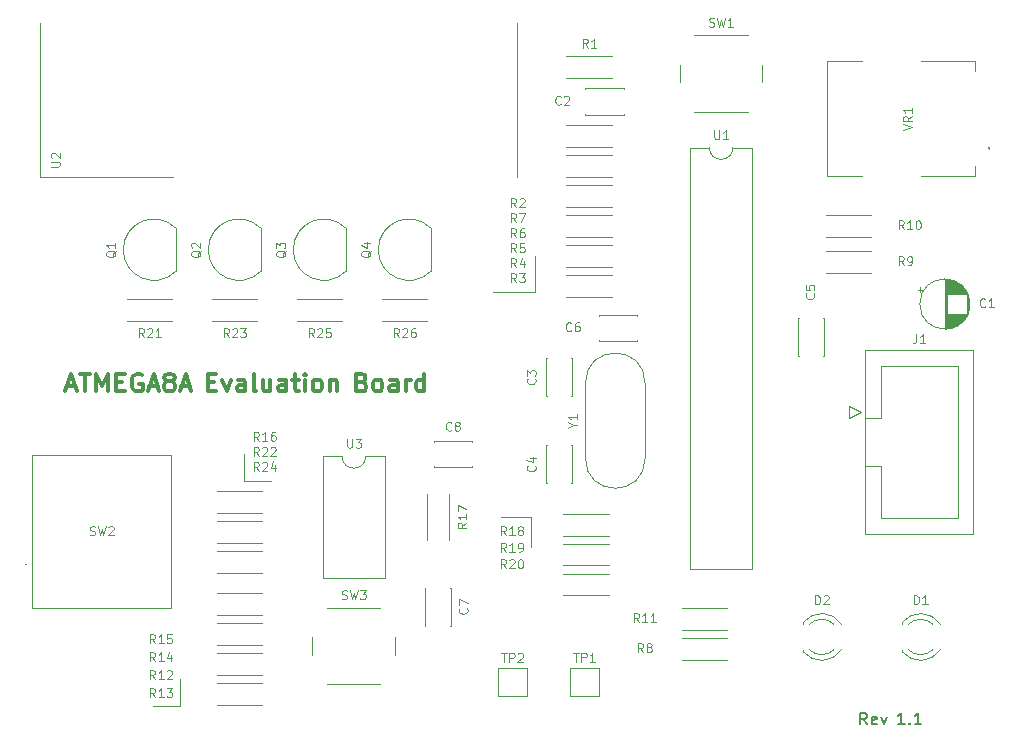
<source format=gbr>
%TF.GenerationSoftware,KiCad,Pcbnew,7.0.0-da2b9df05c~171~ubuntu22.04.1*%
%TF.CreationDate,2023-03-05T16:37:29+08:00*%
%TF.ProjectId,circuit,63697263-7569-4742-9e6b-696361645f70,1.0*%
%TF.SameCoordinates,Original*%
%TF.FileFunction,Legend,Top*%
%TF.FilePolarity,Positive*%
%FSLAX46Y46*%
G04 Gerber Fmt 4.6, Leading zero omitted, Abs format (unit mm)*
G04 Created by KiCad (PCBNEW 7.0.0-da2b9df05c~171~ubuntu22.04.1) date 2023-03-05 16:37:29*
%MOMM*%
%LPD*%
G01*
G04 APERTURE LIST*
%ADD10C,0.100000*%
%ADD11C,0.300000*%
%ADD12C,0.150000*%
G04 APERTURE END LIST*
D10*
X83193000Y-69342000D02*
X80907000Y-69342000D01*
X105537000Y-53340000D02*
X105537000Y-50292000D01*
X101981000Y-53340000D02*
X105537000Y-53340000D01*
X105156000Y-72390000D02*
X102616000Y-72390000D01*
X75446000Y-88392000D02*
X73160000Y-88392000D01*
X80907000Y-67056000D02*
X80907000Y-69342000D01*
X75446000Y-86106000D02*
X75446000Y-88392000D01*
X105156000Y-72390000D02*
X105156000Y-74930000D01*
D11*
X65869286Y-61330000D02*
X66583572Y-61330000D01*
X65726429Y-61758571D02*
X66226429Y-60258571D01*
X66226429Y-60258571D02*
X66726429Y-61758571D01*
X67012143Y-60258571D02*
X67869286Y-60258571D01*
X67440714Y-61758571D02*
X67440714Y-60258571D01*
X68369285Y-61758571D02*
X68369285Y-60258571D01*
X68369285Y-60258571D02*
X68869285Y-61330000D01*
X68869285Y-61330000D02*
X69369285Y-60258571D01*
X69369285Y-60258571D02*
X69369285Y-61758571D01*
X70083571Y-60972857D02*
X70583571Y-60972857D01*
X70797857Y-61758571D02*
X70083571Y-61758571D01*
X70083571Y-61758571D02*
X70083571Y-60258571D01*
X70083571Y-60258571D02*
X70797857Y-60258571D01*
X72226429Y-60330000D02*
X72083572Y-60258571D01*
X72083572Y-60258571D02*
X71869286Y-60258571D01*
X71869286Y-60258571D02*
X71655000Y-60330000D01*
X71655000Y-60330000D02*
X71512143Y-60472857D01*
X71512143Y-60472857D02*
X71440714Y-60615714D01*
X71440714Y-60615714D02*
X71369286Y-60901428D01*
X71369286Y-60901428D02*
X71369286Y-61115714D01*
X71369286Y-61115714D02*
X71440714Y-61401428D01*
X71440714Y-61401428D02*
X71512143Y-61544285D01*
X71512143Y-61544285D02*
X71655000Y-61687142D01*
X71655000Y-61687142D02*
X71869286Y-61758571D01*
X71869286Y-61758571D02*
X72012143Y-61758571D01*
X72012143Y-61758571D02*
X72226429Y-61687142D01*
X72226429Y-61687142D02*
X72297857Y-61615714D01*
X72297857Y-61615714D02*
X72297857Y-61115714D01*
X72297857Y-61115714D02*
X72012143Y-61115714D01*
X72869286Y-61330000D02*
X73583572Y-61330000D01*
X72726429Y-61758571D02*
X73226429Y-60258571D01*
X73226429Y-60258571D02*
X73726429Y-61758571D01*
X74440714Y-60901428D02*
X74297857Y-60830000D01*
X74297857Y-60830000D02*
X74226428Y-60758571D01*
X74226428Y-60758571D02*
X74155000Y-60615714D01*
X74155000Y-60615714D02*
X74155000Y-60544285D01*
X74155000Y-60544285D02*
X74226428Y-60401428D01*
X74226428Y-60401428D02*
X74297857Y-60330000D01*
X74297857Y-60330000D02*
X74440714Y-60258571D01*
X74440714Y-60258571D02*
X74726428Y-60258571D01*
X74726428Y-60258571D02*
X74869286Y-60330000D01*
X74869286Y-60330000D02*
X74940714Y-60401428D01*
X74940714Y-60401428D02*
X75012143Y-60544285D01*
X75012143Y-60544285D02*
X75012143Y-60615714D01*
X75012143Y-60615714D02*
X74940714Y-60758571D01*
X74940714Y-60758571D02*
X74869286Y-60830000D01*
X74869286Y-60830000D02*
X74726428Y-60901428D01*
X74726428Y-60901428D02*
X74440714Y-60901428D01*
X74440714Y-60901428D02*
X74297857Y-60972857D01*
X74297857Y-60972857D02*
X74226428Y-61044285D01*
X74226428Y-61044285D02*
X74155000Y-61187142D01*
X74155000Y-61187142D02*
X74155000Y-61472857D01*
X74155000Y-61472857D02*
X74226428Y-61615714D01*
X74226428Y-61615714D02*
X74297857Y-61687142D01*
X74297857Y-61687142D02*
X74440714Y-61758571D01*
X74440714Y-61758571D02*
X74726428Y-61758571D01*
X74726428Y-61758571D02*
X74869286Y-61687142D01*
X74869286Y-61687142D02*
X74940714Y-61615714D01*
X74940714Y-61615714D02*
X75012143Y-61472857D01*
X75012143Y-61472857D02*
X75012143Y-61187142D01*
X75012143Y-61187142D02*
X74940714Y-61044285D01*
X74940714Y-61044285D02*
X74869286Y-60972857D01*
X74869286Y-60972857D02*
X74726428Y-60901428D01*
X75583571Y-61330000D02*
X76297857Y-61330000D01*
X75440714Y-61758571D02*
X75940714Y-60258571D01*
X75940714Y-60258571D02*
X76440714Y-61758571D01*
X77840713Y-60972857D02*
X78340713Y-60972857D01*
X78554999Y-61758571D02*
X77840713Y-61758571D01*
X77840713Y-61758571D02*
X77840713Y-60258571D01*
X77840713Y-60258571D02*
X78554999Y-60258571D01*
X79054999Y-60758571D02*
X79412142Y-61758571D01*
X79412142Y-61758571D02*
X79769285Y-60758571D01*
X80983571Y-61758571D02*
X80983571Y-60972857D01*
X80983571Y-60972857D02*
X80912142Y-60830000D01*
X80912142Y-60830000D02*
X80769285Y-60758571D01*
X80769285Y-60758571D02*
X80483571Y-60758571D01*
X80483571Y-60758571D02*
X80340713Y-60830000D01*
X80983571Y-61687142D02*
X80840713Y-61758571D01*
X80840713Y-61758571D02*
X80483571Y-61758571D01*
X80483571Y-61758571D02*
X80340713Y-61687142D01*
X80340713Y-61687142D02*
X80269285Y-61544285D01*
X80269285Y-61544285D02*
X80269285Y-61401428D01*
X80269285Y-61401428D02*
X80340713Y-61258571D01*
X80340713Y-61258571D02*
X80483571Y-61187142D01*
X80483571Y-61187142D02*
X80840713Y-61187142D01*
X80840713Y-61187142D02*
X80983571Y-61115714D01*
X81912142Y-61758571D02*
X81769285Y-61687142D01*
X81769285Y-61687142D02*
X81697856Y-61544285D01*
X81697856Y-61544285D02*
X81697856Y-60258571D01*
X83126428Y-60758571D02*
X83126428Y-61758571D01*
X82483570Y-60758571D02*
X82483570Y-61544285D01*
X82483570Y-61544285D02*
X82554999Y-61687142D01*
X82554999Y-61687142D02*
X82697856Y-61758571D01*
X82697856Y-61758571D02*
X82912142Y-61758571D01*
X82912142Y-61758571D02*
X83054999Y-61687142D01*
X83054999Y-61687142D02*
X83126428Y-61615714D01*
X84483571Y-61758571D02*
X84483571Y-60972857D01*
X84483571Y-60972857D02*
X84412142Y-60830000D01*
X84412142Y-60830000D02*
X84269285Y-60758571D01*
X84269285Y-60758571D02*
X83983571Y-60758571D01*
X83983571Y-60758571D02*
X83840713Y-60830000D01*
X84483571Y-61687142D02*
X84340713Y-61758571D01*
X84340713Y-61758571D02*
X83983571Y-61758571D01*
X83983571Y-61758571D02*
X83840713Y-61687142D01*
X83840713Y-61687142D02*
X83769285Y-61544285D01*
X83769285Y-61544285D02*
X83769285Y-61401428D01*
X83769285Y-61401428D02*
X83840713Y-61258571D01*
X83840713Y-61258571D02*
X83983571Y-61187142D01*
X83983571Y-61187142D02*
X84340713Y-61187142D01*
X84340713Y-61187142D02*
X84483571Y-61115714D01*
X84983571Y-60758571D02*
X85554999Y-60758571D01*
X85197856Y-60258571D02*
X85197856Y-61544285D01*
X85197856Y-61544285D02*
X85269285Y-61687142D01*
X85269285Y-61687142D02*
X85412142Y-61758571D01*
X85412142Y-61758571D02*
X85554999Y-61758571D01*
X86054999Y-61758571D02*
X86054999Y-60758571D01*
X86054999Y-60258571D02*
X85983571Y-60330000D01*
X85983571Y-60330000D02*
X86054999Y-60401428D01*
X86054999Y-60401428D02*
X86126428Y-60330000D01*
X86126428Y-60330000D02*
X86054999Y-60258571D01*
X86054999Y-60258571D02*
X86054999Y-60401428D01*
X86983571Y-61758571D02*
X86840714Y-61687142D01*
X86840714Y-61687142D02*
X86769285Y-61615714D01*
X86769285Y-61615714D02*
X86697857Y-61472857D01*
X86697857Y-61472857D02*
X86697857Y-61044285D01*
X86697857Y-61044285D02*
X86769285Y-60901428D01*
X86769285Y-60901428D02*
X86840714Y-60830000D01*
X86840714Y-60830000D02*
X86983571Y-60758571D01*
X86983571Y-60758571D02*
X87197857Y-60758571D01*
X87197857Y-60758571D02*
X87340714Y-60830000D01*
X87340714Y-60830000D02*
X87412143Y-60901428D01*
X87412143Y-60901428D02*
X87483571Y-61044285D01*
X87483571Y-61044285D02*
X87483571Y-61472857D01*
X87483571Y-61472857D02*
X87412143Y-61615714D01*
X87412143Y-61615714D02*
X87340714Y-61687142D01*
X87340714Y-61687142D02*
X87197857Y-61758571D01*
X87197857Y-61758571D02*
X86983571Y-61758571D01*
X88126428Y-60758571D02*
X88126428Y-61758571D01*
X88126428Y-60901428D02*
X88197857Y-60830000D01*
X88197857Y-60830000D02*
X88340714Y-60758571D01*
X88340714Y-60758571D02*
X88555000Y-60758571D01*
X88555000Y-60758571D02*
X88697857Y-60830000D01*
X88697857Y-60830000D02*
X88769286Y-60972857D01*
X88769286Y-60972857D02*
X88769286Y-61758571D01*
X90883571Y-60972857D02*
X91097857Y-61044285D01*
X91097857Y-61044285D02*
X91169286Y-61115714D01*
X91169286Y-61115714D02*
X91240714Y-61258571D01*
X91240714Y-61258571D02*
X91240714Y-61472857D01*
X91240714Y-61472857D02*
X91169286Y-61615714D01*
X91169286Y-61615714D02*
X91097857Y-61687142D01*
X91097857Y-61687142D02*
X90955000Y-61758571D01*
X90955000Y-61758571D02*
X90383571Y-61758571D01*
X90383571Y-61758571D02*
X90383571Y-60258571D01*
X90383571Y-60258571D02*
X90883571Y-60258571D01*
X90883571Y-60258571D02*
X91026429Y-60330000D01*
X91026429Y-60330000D02*
X91097857Y-60401428D01*
X91097857Y-60401428D02*
X91169286Y-60544285D01*
X91169286Y-60544285D02*
X91169286Y-60687142D01*
X91169286Y-60687142D02*
X91097857Y-60830000D01*
X91097857Y-60830000D02*
X91026429Y-60901428D01*
X91026429Y-60901428D02*
X90883571Y-60972857D01*
X90883571Y-60972857D02*
X90383571Y-60972857D01*
X92097857Y-61758571D02*
X91955000Y-61687142D01*
X91955000Y-61687142D02*
X91883571Y-61615714D01*
X91883571Y-61615714D02*
X91812143Y-61472857D01*
X91812143Y-61472857D02*
X91812143Y-61044285D01*
X91812143Y-61044285D02*
X91883571Y-60901428D01*
X91883571Y-60901428D02*
X91955000Y-60830000D01*
X91955000Y-60830000D02*
X92097857Y-60758571D01*
X92097857Y-60758571D02*
X92312143Y-60758571D01*
X92312143Y-60758571D02*
X92455000Y-60830000D01*
X92455000Y-60830000D02*
X92526429Y-60901428D01*
X92526429Y-60901428D02*
X92597857Y-61044285D01*
X92597857Y-61044285D02*
X92597857Y-61472857D01*
X92597857Y-61472857D02*
X92526429Y-61615714D01*
X92526429Y-61615714D02*
X92455000Y-61687142D01*
X92455000Y-61687142D02*
X92312143Y-61758571D01*
X92312143Y-61758571D02*
X92097857Y-61758571D01*
X93883572Y-61758571D02*
X93883572Y-60972857D01*
X93883572Y-60972857D02*
X93812143Y-60830000D01*
X93812143Y-60830000D02*
X93669286Y-60758571D01*
X93669286Y-60758571D02*
X93383572Y-60758571D01*
X93383572Y-60758571D02*
X93240714Y-60830000D01*
X93883572Y-61687142D02*
X93740714Y-61758571D01*
X93740714Y-61758571D02*
X93383572Y-61758571D01*
X93383572Y-61758571D02*
X93240714Y-61687142D01*
X93240714Y-61687142D02*
X93169286Y-61544285D01*
X93169286Y-61544285D02*
X93169286Y-61401428D01*
X93169286Y-61401428D02*
X93240714Y-61258571D01*
X93240714Y-61258571D02*
X93383572Y-61187142D01*
X93383572Y-61187142D02*
X93740714Y-61187142D01*
X93740714Y-61187142D02*
X93883572Y-61115714D01*
X94597857Y-61758571D02*
X94597857Y-60758571D01*
X94597857Y-61044285D02*
X94669286Y-60901428D01*
X94669286Y-60901428D02*
X94740715Y-60830000D01*
X94740715Y-60830000D02*
X94883572Y-60758571D01*
X94883572Y-60758571D02*
X95026429Y-60758571D01*
X96169286Y-61758571D02*
X96169286Y-60258571D01*
X96169286Y-61687142D02*
X96026428Y-61758571D01*
X96026428Y-61758571D02*
X95740714Y-61758571D01*
X95740714Y-61758571D02*
X95597857Y-61687142D01*
X95597857Y-61687142D02*
X95526428Y-61615714D01*
X95526428Y-61615714D02*
X95455000Y-61472857D01*
X95455000Y-61472857D02*
X95455000Y-61044285D01*
X95455000Y-61044285D02*
X95526428Y-60901428D01*
X95526428Y-60901428D02*
X95597857Y-60830000D01*
X95597857Y-60830000D02*
X95740714Y-60758571D01*
X95740714Y-60758571D02*
X96026428Y-60758571D01*
X96026428Y-60758571D02*
X96169286Y-60830000D01*
D12*
X133639523Y-89952380D02*
X133306190Y-89476190D01*
X133068095Y-89952380D02*
X133068095Y-88952380D01*
X133068095Y-88952380D02*
X133449047Y-88952380D01*
X133449047Y-88952380D02*
X133544285Y-89000000D01*
X133544285Y-89000000D02*
X133591904Y-89047619D01*
X133591904Y-89047619D02*
X133639523Y-89142857D01*
X133639523Y-89142857D02*
X133639523Y-89285714D01*
X133639523Y-89285714D02*
X133591904Y-89380952D01*
X133591904Y-89380952D02*
X133544285Y-89428571D01*
X133544285Y-89428571D02*
X133449047Y-89476190D01*
X133449047Y-89476190D02*
X133068095Y-89476190D01*
X134449047Y-89904761D02*
X134353809Y-89952380D01*
X134353809Y-89952380D02*
X134163333Y-89952380D01*
X134163333Y-89952380D02*
X134068095Y-89904761D01*
X134068095Y-89904761D02*
X134020476Y-89809523D01*
X134020476Y-89809523D02*
X134020476Y-89428571D01*
X134020476Y-89428571D02*
X134068095Y-89333333D01*
X134068095Y-89333333D02*
X134163333Y-89285714D01*
X134163333Y-89285714D02*
X134353809Y-89285714D01*
X134353809Y-89285714D02*
X134449047Y-89333333D01*
X134449047Y-89333333D02*
X134496666Y-89428571D01*
X134496666Y-89428571D02*
X134496666Y-89523809D01*
X134496666Y-89523809D02*
X134020476Y-89619047D01*
X134830000Y-89285714D02*
X135068095Y-89952380D01*
X135068095Y-89952380D02*
X135306190Y-89285714D01*
X136810952Y-89952380D02*
X136239524Y-89952380D01*
X136525238Y-89952380D02*
X136525238Y-88952380D01*
X136525238Y-88952380D02*
X136430000Y-89095238D01*
X136430000Y-89095238D02*
X136334762Y-89190476D01*
X136334762Y-89190476D02*
X136239524Y-89238095D01*
X137239524Y-89857142D02*
X137287143Y-89904761D01*
X137287143Y-89904761D02*
X137239524Y-89952380D01*
X137239524Y-89952380D02*
X137191905Y-89904761D01*
X137191905Y-89904761D02*
X137239524Y-89857142D01*
X137239524Y-89857142D02*
X137239524Y-89952380D01*
X138239523Y-89952380D02*
X137668095Y-89952380D01*
X137953809Y-89952380D02*
X137953809Y-88952380D01*
X137953809Y-88952380D02*
X137858571Y-89095238D01*
X137858571Y-89095238D02*
X137763333Y-89190476D01*
X137763333Y-89190476D02*
X137668095Y-89238095D01*
D10*
%TO.C,VR1*%
X136673535Y-39630142D02*
X137423535Y-39380142D01*
X137423535Y-39380142D02*
X136673535Y-39130142D01*
X137423535Y-38451571D02*
X137066392Y-38701571D01*
X137423535Y-38880142D02*
X136673535Y-38880142D01*
X136673535Y-38880142D02*
X136673535Y-38594428D01*
X136673535Y-38594428D02*
X136709250Y-38522999D01*
X136709250Y-38522999D02*
X136744964Y-38487285D01*
X136744964Y-38487285D02*
X136816392Y-38451571D01*
X136816392Y-38451571D02*
X136923535Y-38451571D01*
X136923535Y-38451571D02*
X136994964Y-38487285D01*
X136994964Y-38487285D02*
X137030678Y-38522999D01*
X137030678Y-38522999D02*
X137066392Y-38594428D01*
X137066392Y-38594428D02*
X137066392Y-38880142D01*
X137423535Y-37737285D02*
X137423535Y-38165856D01*
X137423535Y-37951571D02*
X136673535Y-37951571D01*
X136673535Y-37951571D02*
X136780678Y-38022999D01*
X136780678Y-38022999D02*
X136852107Y-38094428D01*
X136852107Y-38094428D02*
X136887821Y-38165856D01*
%TO.C,SW2*%
X67842000Y-73899821D02*
X67949143Y-73935535D01*
X67949143Y-73935535D02*
X68127714Y-73935535D01*
X68127714Y-73935535D02*
X68199143Y-73899821D01*
X68199143Y-73899821D02*
X68234857Y-73864107D01*
X68234857Y-73864107D02*
X68270571Y-73792678D01*
X68270571Y-73792678D02*
X68270571Y-73721250D01*
X68270571Y-73721250D02*
X68234857Y-73649821D01*
X68234857Y-73649821D02*
X68199143Y-73614107D01*
X68199143Y-73614107D02*
X68127714Y-73578392D01*
X68127714Y-73578392D02*
X67984857Y-73542678D01*
X67984857Y-73542678D02*
X67913428Y-73506964D01*
X67913428Y-73506964D02*
X67877714Y-73471250D01*
X67877714Y-73471250D02*
X67842000Y-73399821D01*
X67842000Y-73399821D02*
X67842000Y-73328392D01*
X67842000Y-73328392D02*
X67877714Y-73256964D01*
X67877714Y-73256964D02*
X67913428Y-73221250D01*
X67913428Y-73221250D02*
X67984857Y-73185535D01*
X67984857Y-73185535D02*
X68163428Y-73185535D01*
X68163428Y-73185535D02*
X68270571Y-73221250D01*
X68520571Y-73185535D02*
X68699143Y-73935535D01*
X68699143Y-73935535D02*
X68842000Y-73399821D01*
X68842000Y-73399821D02*
X68984857Y-73935535D01*
X68984857Y-73935535D02*
X69163429Y-73185535D01*
X69413429Y-73256964D02*
X69449143Y-73221250D01*
X69449143Y-73221250D02*
X69520572Y-73185535D01*
X69520572Y-73185535D02*
X69699143Y-73185535D01*
X69699143Y-73185535D02*
X69770572Y-73221250D01*
X69770572Y-73221250D02*
X69806286Y-73256964D01*
X69806286Y-73256964D02*
X69842000Y-73328392D01*
X69842000Y-73328392D02*
X69842000Y-73399821D01*
X69842000Y-73399821D02*
X69806286Y-73506964D01*
X69806286Y-73506964D02*
X69377714Y-73935535D01*
X69377714Y-73935535D02*
X69842000Y-73935535D01*
%TO.C,J1*%
X137799000Y-56925535D02*
X137799000Y-57461250D01*
X137799000Y-57461250D02*
X137763285Y-57568392D01*
X137763285Y-57568392D02*
X137691857Y-57639821D01*
X137691857Y-57639821D02*
X137584714Y-57675535D01*
X137584714Y-57675535D02*
X137513285Y-57675535D01*
X138549000Y-57675535D02*
X138120429Y-57675535D01*
X138334714Y-57675535D02*
X138334714Y-56925535D01*
X138334714Y-56925535D02*
X138263286Y-57032678D01*
X138263286Y-57032678D02*
X138191857Y-57104107D01*
X138191857Y-57104107D02*
X138120429Y-57139821D01*
%TO.C,SW3*%
X89178000Y-79301821D02*
X89285143Y-79337535D01*
X89285143Y-79337535D02*
X89463714Y-79337535D01*
X89463714Y-79337535D02*
X89535143Y-79301821D01*
X89535143Y-79301821D02*
X89570857Y-79266107D01*
X89570857Y-79266107D02*
X89606571Y-79194678D01*
X89606571Y-79194678D02*
X89606571Y-79123250D01*
X89606571Y-79123250D02*
X89570857Y-79051821D01*
X89570857Y-79051821D02*
X89535143Y-79016107D01*
X89535143Y-79016107D02*
X89463714Y-78980392D01*
X89463714Y-78980392D02*
X89320857Y-78944678D01*
X89320857Y-78944678D02*
X89249428Y-78908964D01*
X89249428Y-78908964D02*
X89213714Y-78873250D01*
X89213714Y-78873250D02*
X89178000Y-78801821D01*
X89178000Y-78801821D02*
X89178000Y-78730392D01*
X89178000Y-78730392D02*
X89213714Y-78658964D01*
X89213714Y-78658964D02*
X89249428Y-78623250D01*
X89249428Y-78623250D02*
X89320857Y-78587535D01*
X89320857Y-78587535D02*
X89499428Y-78587535D01*
X89499428Y-78587535D02*
X89606571Y-78623250D01*
X89856571Y-78587535D02*
X90035143Y-79337535D01*
X90035143Y-79337535D02*
X90178000Y-78801821D01*
X90178000Y-78801821D02*
X90320857Y-79337535D01*
X90320857Y-79337535D02*
X90499429Y-78587535D01*
X90713714Y-78587535D02*
X91178000Y-78587535D01*
X91178000Y-78587535D02*
X90928000Y-78873250D01*
X90928000Y-78873250D02*
X91035143Y-78873250D01*
X91035143Y-78873250D02*
X91106572Y-78908964D01*
X91106572Y-78908964D02*
X91142286Y-78944678D01*
X91142286Y-78944678D02*
X91178000Y-79016107D01*
X91178000Y-79016107D02*
X91178000Y-79194678D01*
X91178000Y-79194678D02*
X91142286Y-79266107D01*
X91142286Y-79266107D02*
X91106572Y-79301821D01*
X91106572Y-79301821D02*
X91035143Y-79337535D01*
X91035143Y-79337535D02*
X90820857Y-79337535D01*
X90820857Y-79337535D02*
X90749429Y-79301821D01*
X90749429Y-79301821D02*
X90713714Y-79266107D01*
%TO.C,SW1*%
X120275000Y-30839821D02*
X120382143Y-30875535D01*
X120382143Y-30875535D02*
X120560714Y-30875535D01*
X120560714Y-30875535D02*
X120632143Y-30839821D01*
X120632143Y-30839821D02*
X120667857Y-30804107D01*
X120667857Y-30804107D02*
X120703571Y-30732678D01*
X120703571Y-30732678D02*
X120703571Y-30661250D01*
X120703571Y-30661250D02*
X120667857Y-30589821D01*
X120667857Y-30589821D02*
X120632143Y-30554107D01*
X120632143Y-30554107D02*
X120560714Y-30518392D01*
X120560714Y-30518392D02*
X120417857Y-30482678D01*
X120417857Y-30482678D02*
X120346428Y-30446964D01*
X120346428Y-30446964D02*
X120310714Y-30411250D01*
X120310714Y-30411250D02*
X120275000Y-30339821D01*
X120275000Y-30339821D02*
X120275000Y-30268392D01*
X120275000Y-30268392D02*
X120310714Y-30196964D01*
X120310714Y-30196964D02*
X120346428Y-30161250D01*
X120346428Y-30161250D02*
X120417857Y-30125535D01*
X120417857Y-30125535D02*
X120596428Y-30125535D01*
X120596428Y-30125535D02*
X120703571Y-30161250D01*
X120953571Y-30125535D02*
X121132143Y-30875535D01*
X121132143Y-30875535D02*
X121275000Y-30339821D01*
X121275000Y-30339821D02*
X121417857Y-30875535D01*
X121417857Y-30875535D02*
X121596429Y-30125535D01*
X122275000Y-30875535D02*
X121846429Y-30875535D01*
X122060714Y-30875535D02*
X122060714Y-30125535D01*
X122060714Y-30125535D02*
X121989286Y-30232678D01*
X121989286Y-30232678D02*
X121917857Y-30304107D01*
X121917857Y-30304107D02*
X121846429Y-30339821D01*
%TO.C,R24*%
X82149142Y-68474535D02*
X81899142Y-68117392D01*
X81720571Y-68474535D02*
X81720571Y-67724535D01*
X81720571Y-67724535D02*
X82006285Y-67724535D01*
X82006285Y-67724535D02*
X82077714Y-67760250D01*
X82077714Y-67760250D02*
X82113428Y-67795964D01*
X82113428Y-67795964D02*
X82149142Y-67867392D01*
X82149142Y-67867392D02*
X82149142Y-67974535D01*
X82149142Y-67974535D02*
X82113428Y-68045964D01*
X82113428Y-68045964D02*
X82077714Y-68081678D01*
X82077714Y-68081678D02*
X82006285Y-68117392D01*
X82006285Y-68117392D02*
X81720571Y-68117392D01*
X82434857Y-67795964D02*
X82470571Y-67760250D01*
X82470571Y-67760250D02*
X82542000Y-67724535D01*
X82542000Y-67724535D02*
X82720571Y-67724535D01*
X82720571Y-67724535D02*
X82792000Y-67760250D01*
X82792000Y-67760250D02*
X82827714Y-67795964D01*
X82827714Y-67795964D02*
X82863428Y-67867392D01*
X82863428Y-67867392D02*
X82863428Y-67938821D01*
X82863428Y-67938821D02*
X82827714Y-68045964D01*
X82827714Y-68045964D02*
X82399142Y-68474535D01*
X82399142Y-68474535D02*
X82863428Y-68474535D01*
X83506286Y-67974535D02*
X83506286Y-68474535D01*
X83327714Y-67688821D02*
X83149143Y-68224535D01*
X83149143Y-68224535D02*
X83613428Y-68224535D01*
%TO.C,R15*%
X73366570Y-83079535D02*
X73116570Y-82722392D01*
X72937999Y-83079535D02*
X72937999Y-82329535D01*
X72937999Y-82329535D02*
X73223713Y-82329535D01*
X73223713Y-82329535D02*
X73295142Y-82365250D01*
X73295142Y-82365250D02*
X73330856Y-82400964D01*
X73330856Y-82400964D02*
X73366570Y-82472392D01*
X73366570Y-82472392D02*
X73366570Y-82579535D01*
X73366570Y-82579535D02*
X73330856Y-82650964D01*
X73330856Y-82650964D02*
X73295142Y-82686678D01*
X73295142Y-82686678D02*
X73223713Y-82722392D01*
X73223713Y-82722392D02*
X72937999Y-82722392D01*
X74080856Y-83079535D02*
X73652285Y-83079535D01*
X73866570Y-83079535D02*
X73866570Y-82329535D01*
X73866570Y-82329535D02*
X73795142Y-82436678D01*
X73795142Y-82436678D02*
X73723713Y-82508107D01*
X73723713Y-82508107D02*
X73652285Y-82543821D01*
X74759428Y-82329535D02*
X74402285Y-82329535D01*
X74402285Y-82329535D02*
X74366571Y-82686678D01*
X74366571Y-82686678D02*
X74402285Y-82650964D01*
X74402285Y-82650964D02*
X74473714Y-82615250D01*
X74473714Y-82615250D02*
X74652285Y-82615250D01*
X74652285Y-82615250D02*
X74723714Y-82650964D01*
X74723714Y-82650964D02*
X74759428Y-82686678D01*
X74759428Y-82686678D02*
X74795142Y-82758107D01*
X74795142Y-82758107D02*
X74795142Y-82936678D01*
X74795142Y-82936678D02*
X74759428Y-83008107D01*
X74759428Y-83008107D02*
X74723714Y-83043821D01*
X74723714Y-83043821D02*
X74652285Y-83079535D01*
X74652285Y-83079535D02*
X74473714Y-83079535D01*
X74473714Y-83079535D02*
X74402285Y-83043821D01*
X74402285Y-83043821D02*
X74366571Y-83008107D01*
%TO.C,R5*%
X103927856Y-49983535D02*
X103677856Y-49626392D01*
X103499285Y-49983535D02*
X103499285Y-49233535D01*
X103499285Y-49233535D02*
X103784999Y-49233535D01*
X103784999Y-49233535D02*
X103856428Y-49269250D01*
X103856428Y-49269250D02*
X103892142Y-49304964D01*
X103892142Y-49304964D02*
X103927856Y-49376392D01*
X103927856Y-49376392D02*
X103927856Y-49483535D01*
X103927856Y-49483535D02*
X103892142Y-49554964D01*
X103892142Y-49554964D02*
X103856428Y-49590678D01*
X103856428Y-49590678D02*
X103784999Y-49626392D01*
X103784999Y-49626392D02*
X103499285Y-49626392D01*
X104606428Y-49233535D02*
X104249285Y-49233535D01*
X104249285Y-49233535D02*
X104213571Y-49590678D01*
X104213571Y-49590678D02*
X104249285Y-49554964D01*
X104249285Y-49554964D02*
X104320714Y-49519250D01*
X104320714Y-49519250D02*
X104499285Y-49519250D01*
X104499285Y-49519250D02*
X104570714Y-49554964D01*
X104570714Y-49554964D02*
X104606428Y-49590678D01*
X104606428Y-49590678D02*
X104642142Y-49662107D01*
X104642142Y-49662107D02*
X104642142Y-49840678D01*
X104642142Y-49840678D02*
X104606428Y-49912107D01*
X104606428Y-49912107D02*
X104570714Y-49947821D01*
X104570714Y-49947821D02*
X104499285Y-49983535D01*
X104499285Y-49983535D02*
X104320714Y-49983535D01*
X104320714Y-49983535D02*
X104249285Y-49947821D01*
X104249285Y-49947821D02*
X104213571Y-49912107D01*
%TO.C,R4*%
X103927856Y-51253535D02*
X103677856Y-50896392D01*
X103499285Y-51253535D02*
X103499285Y-50503535D01*
X103499285Y-50503535D02*
X103784999Y-50503535D01*
X103784999Y-50503535D02*
X103856428Y-50539250D01*
X103856428Y-50539250D02*
X103892142Y-50574964D01*
X103892142Y-50574964D02*
X103927856Y-50646392D01*
X103927856Y-50646392D02*
X103927856Y-50753535D01*
X103927856Y-50753535D02*
X103892142Y-50824964D01*
X103892142Y-50824964D02*
X103856428Y-50860678D01*
X103856428Y-50860678D02*
X103784999Y-50896392D01*
X103784999Y-50896392D02*
X103499285Y-50896392D01*
X104570714Y-50753535D02*
X104570714Y-51253535D01*
X104392142Y-50467821D02*
X104213571Y-51003535D01*
X104213571Y-51003535D02*
X104677856Y-51003535D01*
%TO.C,R23*%
X79612522Y-57171535D02*
X79362522Y-56814392D01*
X79183951Y-57171535D02*
X79183951Y-56421535D01*
X79183951Y-56421535D02*
X79469665Y-56421535D01*
X79469665Y-56421535D02*
X79541094Y-56457250D01*
X79541094Y-56457250D02*
X79576808Y-56492964D01*
X79576808Y-56492964D02*
X79612522Y-56564392D01*
X79612522Y-56564392D02*
X79612522Y-56671535D01*
X79612522Y-56671535D02*
X79576808Y-56742964D01*
X79576808Y-56742964D02*
X79541094Y-56778678D01*
X79541094Y-56778678D02*
X79469665Y-56814392D01*
X79469665Y-56814392D02*
X79183951Y-56814392D01*
X79898237Y-56492964D02*
X79933951Y-56457250D01*
X79933951Y-56457250D02*
X80005380Y-56421535D01*
X80005380Y-56421535D02*
X80183951Y-56421535D01*
X80183951Y-56421535D02*
X80255380Y-56457250D01*
X80255380Y-56457250D02*
X80291094Y-56492964D01*
X80291094Y-56492964D02*
X80326808Y-56564392D01*
X80326808Y-56564392D02*
X80326808Y-56635821D01*
X80326808Y-56635821D02*
X80291094Y-56742964D01*
X80291094Y-56742964D02*
X79862522Y-57171535D01*
X79862522Y-57171535D02*
X80326808Y-57171535D01*
X80576808Y-56421535D02*
X81041094Y-56421535D01*
X81041094Y-56421535D02*
X80791094Y-56707250D01*
X80791094Y-56707250D02*
X80898237Y-56707250D01*
X80898237Y-56707250D02*
X80969666Y-56742964D01*
X80969666Y-56742964D02*
X81005380Y-56778678D01*
X81005380Y-56778678D02*
X81041094Y-56850107D01*
X81041094Y-56850107D02*
X81041094Y-57028678D01*
X81041094Y-57028678D02*
X81005380Y-57100107D01*
X81005380Y-57100107D02*
X80969666Y-57135821D01*
X80969666Y-57135821D02*
X80898237Y-57171535D01*
X80898237Y-57171535D02*
X80683951Y-57171535D01*
X80683951Y-57171535D02*
X80612523Y-57135821D01*
X80612523Y-57135821D02*
X80576808Y-57100107D01*
%TO.C,R25*%
X86809188Y-57171535D02*
X86559188Y-56814392D01*
X86380617Y-57171535D02*
X86380617Y-56421535D01*
X86380617Y-56421535D02*
X86666331Y-56421535D01*
X86666331Y-56421535D02*
X86737760Y-56457250D01*
X86737760Y-56457250D02*
X86773474Y-56492964D01*
X86773474Y-56492964D02*
X86809188Y-56564392D01*
X86809188Y-56564392D02*
X86809188Y-56671535D01*
X86809188Y-56671535D02*
X86773474Y-56742964D01*
X86773474Y-56742964D02*
X86737760Y-56778678D01*
X86737760Y-56778678D02*
X86666331Y-56814392D01*
X86666331Y-56814392D02*
X86380617Y-56814392D01*
X87094903Y-56492964D02*
X87130617Y-56457250D01*
X87130617Y-56457250D02*
X87202046Y-56421535D01*
X87202046Y-56421535D02*
X87380617Y-56421535D01*
X87380617Y-56421535D02*
X87452046Y-56457250D01*
X87452046Y-56457250D02*
X87487760Y-56492964D01*
X87487760Y-56492964D02*
X87523474Y-56564392D01*
X87523474Y-56564392D02*
X87523474Y-56635821D01*
X87523474Y-56635821D02*
X87487760Y-56742964D01*
X87487760Y-56742964D02*
X87059188Y-57171535D01*
X87059188Y-57171535D02*
X87523474Y-57171535D01*
X88202046Y-56421535D02*
X87844903Y-56421535D01*
X87844903Y-56421535D02*
X87809189Y-56778678D01*
X87809189Y-56778678D02*
X87844903Y-56742964D01*
X87844903Y-56742964D02*
X87916332Y-56707250D01*
X87916332Y-56707250D02*
X88094903Y-56707250D01*
X88094903Y-56707250D02*
X88166332Y-56742964D01*
X88166332Y-56742964D02*
X88202046Y-56778678D01*
X88202046Y-56778678D02*
X88237760Y-56850107D01*
X88237760Y-56850107D02*
X88237760Y-57028678D01*
X88237760Y-57028678D02*
X88202046Y-57100107D01*
X88202046Y-57100107D02*
X88166332Y-57135821D01*
X88166332Y-57135821D02*
X88094903Y-57171535D01*
X88094903Y-57171535D02*
X87916332Y-57171535D01*
X87916332Y-57171535D02*
X87844903Y-57135821D01*
X87844903Y-57135821D02*
X87809189Y-57100107D01*
%TO.C,R20*%
X103076570Y-76729535D02*
X102826570Y-76372392D01*
X102647999Y-76729535D02*
X102647999Y-75979535D01*
X102647999Y-75979535D02*
X102933713Y-75979535D01*
X102933713Y-75979535D02*
X103005142Y-76015250D01*
X103005142Y-76015250D02*
X103040856Y-76050964D01*
X103040856Y-76050964D02*
X103076570Y-76122392D01*
X103076570Y-76122392D02*
X103076570Y-76229535D01*
X103076570Y-76229535D02*
X103040856Y-76300964D01*
X103040856Y-76300964D02*
X103005142Y-76336678D01*
X103005142Y-76336678D02*
X102933713Y-76372392D01*
X102933713Y-76372392D02*
X102647999Y-76372392D01*
X103362285Y-76050964D02*
X103397999Y-76015250D01*
X103397999Y-76015250D02*
X103469428Y-75979535D01*
X103469428Y-75979535D02*
X103647999Y-75979535D01*
X103647999Y-75979535D02*
X103719428Y-76015250D01*
X103719428Y-76015250D02*
X103755142Y-76050964D01*
X103755142Y-76050964D02*
X103790856Y-76122392D01*
X103790856Y-76122392D02*
X103790856Y-76193821D01*
X103790856Y-76193821D02*
X103755142Y-76300964D01*
X103755142Y-76300964D02*
X103326570Y-76729535D01*
X103326570Y-76729535D02*
X103790856Y-76729535D01*
X104255142Y-75979535D02*
X104326571Y-75979535D01*
X104326571Y-75979535D02*
X104397999Y-76015250D01*
X104397999Y-76015250D02*
X104433714Y-76050964D01*
X104433714Y-76050964D02*
X104469428Y-76122392D01*
X104469428Y-76122392D02*
X104505142Y-76265250D01*
X104505142Y-76265250D02*
X104505142Y-76443821D01*
X104505142Y-76443821D02*
X104469428Y-76586678D01*
X104469428Y-76586678D02*
X104433714Y-76658107D01*
X104433714Y-76658107D02*
X104397999Y-76693821D01*
X104397999Y-76693821D02*
X104326571Y-76729535D01*
X104326571Y-76729535D02*
X104255142Y-76729535D01*
X104255142Y-76729535D02*
X104183714Y-76693821D01*
X104183714Y-76693821D02*
X104147999Y-76658107D01*
X104147999Y-76658107D02*
X104112285Y-76586678D01*
X104112285Y-76586678D02*
X104076571Y-76443821D01*
X104076571Y-76443821D02*
X104076571Y-76265250D01*
X104076571Y-76265250D02*
X104112285Y-76122392D01*
X104112285Y-76122392D02*
X104147999Y-76050964D01*
X104147999Y-76050964D02*
X104183714Y-76015250D01*
X104183714Y-76015250D02*
X104255142Y-75979535D01*
%TO.C,R10*%
X136751142Y-48027535D02*
X136501142Y-47670392D01*
X136322571Y-48027535D02*
X136322571Y-47277535D01*
X136322571Y-47277535D02*
X136608285Y-47277535D01*
X136608285Y-47277535D02*
X136679714Y-47313250D01*
X136679714Y-47313250D02*
X136715428Y-47348964D01*
X136715428Y-47348964D02*
X136751142Y-47420392D01*
X136751142Y-47420392D02*
X136751142Y-47527535D01*
X136751142Y-47527535D02*
X136715428Y-47598964D01*
X136715428Y-47598964D02*
X136679714Y-47634678D01*
X136679714Y-47634678D02*
X136608285Y-47670392D01*
X136608285Y-47670392D02*
X136322571Y-47670392D01*
X137465428Y-48027535D02*
X137036857Y-48027535D01*
X137251142Y-48027535D02*
X137251142Y-47277535D01*
X137251142Y-47277535D02*
X137179714Y-47384678D01*
X137179714Y-47384678D02*
X137108285Y-47456107D01*
X137108285Y-47456107D02*
X137036857Y-47491821D01*
X137929714Y-47277535D02*
X138001143Y-47277535D01*
X138001143Y-47277535D02*
X138072571Y-47313250D01*
X138072571Y-47313250D02*
X138108286Y-47348964D01*
X138108286Y-47348964D02*
X138144000Y-47420392D01*
X138144000Y-47420392D02*
X138179714Y-47563250D01*
X138179714Y-47563250D02*
X138179714Y-47741821D01*
X138179714Y-47741821D02*
X138144000Y-47884678D01*
X138144000Y-47884678D02*
X138108286Y-47956107D01*
X138108286Y-47956107D02*
X138072571Y-47991821D01*
X138072571Y-47991821D02*
X138001143Y-48027535D01*
X138001143Y-48027535D02*
X137929714Y-48027535D01*
X137929714Y-48027535D02*
X137858286Y-47991821D01*
X137858286Y-47991821D02*
X137822571Y-47956107D01*
X137822571Y-47956107D02*
X137786857Y-47884678D01*
X137786857Y-47884678D02*
X137751143Y-47741821D01*
X137751143Y-47741821D02*
X137751143Y-47563250D01*
X137751143Y-47563250D02*
X137786857Y-47420392D01*
X137786857Y-47420392D02*
X137822571Y-47348964D01*
X137822571Y-47348964D02*
X137858286Y-47313250D01*
X137858286Y-47313250D02*
X137929714Y-47277535D01*
%TO.C,C7*%
X99744107Y-80115000D02*
X99779821Y-80150714D01*
X99779821Y-80150714D02*
X99815535Y-80257857D01*
X99815535Y-80257857D02*
X99815535Y-80329285D01*
X99815535Y-80329285D02*
X99779821Y-80436428D01*
X99779821Y-80436428D02*
X99708392Y-80507857D01*
X99708392Y-80507857D02*
X99636964Y-80543571D01*
X99636964Y-80543571D02*
X99494107Y-80579285D01*
X99494107Y-80579285D02*
X99386964Y-80579285D01*
X99386964Y-80579285D02*
X99244107Y-80543571D01*
X99244107Y-80543571D02*
X99172678Y-80507857D01*
X99172678Y-80507857D02*
X99101250Y-80436428D01*
X99101250Y-80436428D02*
X99065535Y-80329285D01*
X99065535Y-80329285D02*
X99065535Y-80257857D01*
X99065535Y-80257857D02*
X99101250Y-80150714D01*
X99101250Y-80150714D02*
X99136964Y-80115000D01*
X99065535Y-79865000D02*
X99065535Y-79365000D01*
X99065535Y-79365000D02*
X99815535Y-79686428D01*
%TO.C,Y1*%
X108711142Y-64592142D02*
X109068285Y-64592142D01*
X108318285Y-64842142D02*
X108711142Y-64592142D01*
X108711142Y-64592142D02*
X108318285Y-64342142D01*
X109068285Y-63699285D02*
X109068285Y-64127856D01*
X109068285Y-63913571D02*
X108318285Y-63913571D01*
X108318285Y-63913571D02*
X108425428Y-63984999D01*
X108425428Y-63984999D02*
X108496857Y-64056428D01*
X108496857Y-64056428D02*
X108532571Y-64127856D01*
%TO.C,R3*%
X103927856Y-52523535D02*
X103677856Y-52166392D01*
X103499285Y-52523535D02*
X103499285Y-51773535D01*
X103499285Y-51773535D02*
X103784999Y-51773535D01*
X103784999Y-51773535D02*
X103856428Y-51809250D01*
X103856428Y-51809250D02*
X103892142Y-51844964D01*
X103892142Y-51844964D02*
X103927856Y-51916392D01*
X103927856Y-51916392D02*
X103927856Y-52023535D01*
X103927856Y-52023535D02*
X103892142Y-52094964D01*
X103892142Y-52094964D02*
X103856428Y-52130678D01*
X103856428Y-52130678D02*
X103784999Y-52166392D01*
X103784999Y-52166392D02*
X103499285Y-52166392D01*
X104177856Y-51773535D02*
X104642142Y-51773535D01*
X104642142Y-51773535D02*
X104392142Y-52059250D01*
X104392142Y-52059250D02*
X104499285Y-52059250D01*
X104499285Y-52059250D02*
X104570714Y-52094964D01*
X104570714Y-52094964D02*
X104606428Y-52130678D01*
X104606428Y-52130678D02*
X104642142Y-52202107D01*
X104642142Y-52202107D02*
X104642142Y-52380678D01*
X104642142Y-52380678D02*
X104606428Y-52452107D01*
X104606428Y-52452107D02*
X104570714Y-52487821D01*
X104570714Y-52487821D02*
X104499285Y-52523535D01*
X104499285Y-52523535D02*
X104284999Y-52523535D01*
X104284999Y-52523535D02*
X104213571Y-52487821D01*
X104213571Y-52487821D02*
X104177856Y-52452107D01*
%TO.C,C4*%
X105513107Y-68050000D02*
X105548821Y-68085714D01*
X105548821Y-68085714D02*
X105584535Y-68192857D01*
X105584535Y-68192857D02*
X105584535Y-68264285D01*
X105584535Y-68264285D02*
X105548821Y-68371428D01*
X105548821Y-68371428D02*
X105477392Y-68442857D01*
X105477392Y-68442857D02*
X105405964Y-68478571D01*
X105405964Y-68478571D02*
X105263107Y-68514285D01*
X105263107Y-68514285D02*
X105155964Y-68514285D01*
X105155964Y-68514285D02*
X105013107Y-68478571D01*
X105013107Y-68478571D02*
X104941678Y-68442857D01*
X104941678Y-68442857D02*
X104870250Y-68371428D01*
X104870250Y-68371428D02*
X104834535Y-68264285D01*
X104834535Y-68264285D02*
X104834535Y-68192857D01*
X104834535Y-68192857D02*
X104870250Y-68085714D01*
X104870250Y-68085714D02*
X104905964Y-68050000D01*
X105084535Y-67407143D02*
X105584535Y-67407143D01*
X104798821Y-67585714D02*
X105334535Y-67764285D01*
X105334535Y-67764285D02*
X105334535Y-67300000D01*
%TO.C,R6*%
X103927856Y-48713535D02*
X103677856Y-48356392D01*
X103499285Y-48713535D02*
X103499285Y-47963535D01*
X103499285Y-47963535D02*
X103784999Y-47963535D01*
X103784999Y-47963535D02*
X103856428Y-47999250D01*
X103856428Y-47999250D02*
X103892142Y-48034964D01*
X103892142Y-48034964D02*
X103927856Y-48106392D01*
X103927856Y-48106392D02*
X103927856Y-48213535D01*
X103927856Y-48213535D02*
X103892142Y-48284964D01*
X103892142Y-48284964D02*
X103856428Y-48320678D01*
X103856428Y-48320678D02*
X103784999Y-48356392D01*
X103784999Y-48356392D02*
X103499285Y-48356392D01*
X104570714Y-47963535D02*
X104427856Y-47963535D01*
X104427856Y-47963535D02*
X104356428Y-47999250D01*
X104356428Y-47999250D02*
X104320714Y-48034964D01*
X104320714Y-48034964D02*
X104249285Y-48142107D01*
X104249285Y-48142107D02*
X104213571Y-48284964D01*
X104213571Y-48284964D02*
X104213571Y-48570678D01*
X104213571Y-48570678D02*
X104249285Y-48642107D01*
X104249285Y-48642107D02*
X104284999Y-48677821D01*
X104284999Y-48677821D02*
X104356428Y-48713535D01*
X104356428Y-48713535D02*
X104499285Y-48713535D01*
X104499285Y-48713535D02*
X104570714Y-48677821D01*
X104570714Y-48677821D02*
X104606428Y-48642107D01*
X104606428Y-48642107D02*
X104642142Y-48570678D01*
X104642142Y-48570678D02*
X104642142Y-48392107D01*
X104642142Y-48392107D02*
X104606428Y-48320678D01*
X104606428Y-48320678D02*
X104570714Y-48284964D01*
X104570714Y-48284964D02*
X104499285Y-48249250D01*
X104499285Y-48249250D02*
X104356428Y-48249250D01*
X104356428Y-48249250D02*
X104284999Y-48284964D01*
X104284999Y-48284964D02*
X104249285Y-48320678D01*
X104249285Y-48320678D02*
X104213571Y-48392107D01*
%TO.C,Q4*%
X91637589Y-49831428D02*
X91601875Y-49902857D01*
X91601875Y-49902857D02*
X91530446Y-49974285D01*
X91530446Y-49974285D02*
X91423303Y-50081428D01*
X91423303Y-50081428D02*
X91387589Y-50152857D01*
X91387589Y-50152857D02*
X91387589Y-50224285D01*
X91566160Y-50188571D02*
X91530446Y-50260000D01*
X91530446Y-50260000D02*
X91459017Y-50331428D01*
X91459017Y-50331428D02*
X91316160Y-50367142D01*
X91316160Y-50367142D02*
X91066160Y-50367142D01*
X91066160Y-50367142D02*
X90923303Y-50331428D01*
X90923303Y-50331428D02*
X90851875Y-50260000D01*
X90851875Y-50260000D02*
X90816160Y-50188571D01*
X90816160Y-50188571D02*
X90816160Y-50045714D01*
X90816160Y-50045714D02*
X90851875Y-49974285D01*
X90851875Y-49974285D02*
X90923303Y-49902857D01*
X90923303Y-49902857D02*
X91066160Y-49867142D01*
X91066160Y-49867142D02*
X91316160Y-49867142D01*
X91316160Y-49867142D02*
X91459017Y-49902857D01*
X91459017Y-49902857D02*
X91530446Y-49974285D01*
X91530446Y-49974285D02*
X91566160Y-50045714D01*
X91566160Y-50045714D02*
X91566160Y-50188571D01*
X91066160Y-49224286D02*
X91566160Y-49224286D01*
X90780446Y-49402857D02*
X91316160Y-49581428D01*
X91316160Y-49581428D02*
X91316160Y-49117143D01*
%TO.C,U3*%
X89616571Y-65785535D02*
X89616571Y-66392678D01*
X89616571Y-66392678D02*
X89652285Y-66464107D01*
X89652285Y-66464107D02*
X89688000Y-66499821D01*
X89688000Y-66499821D02*
X89759428Y-66535535D01*
X89759428Y-66535535D02*
X89902285Y-66535535D01*
X89902285Y-66535535D02*
X89973714Y-66499821D01*
X89973714Y-66499821D02*
X90009428Y-66464107D01*
X90009428Y-66464107D02*
X90045142Y-66392678D01*
X90045142Y-66392678D02*
X90045142Y-65785535D01*
X90330856Y-65785535D02*
X90795142Y-65785535D01*
X90795142Y-65785535D02*
X90545142Y-66071250D01*
X90545142Y-66071250D02*
X90652285Y-66071250D01*
X90652285Y-66071250D02*
X90723714Y-66106964D01*
X90723714Y-66106964D02*
X90759428Y-66142678D01*
X90759428Y-66142678D02*
X90795142Y-66214107D01*
X90795142Y-66214107D02*
X90795142Y-66392678D01*
X90795142Y-66392678D02*
X90759428Y-66464107D01*
X90759428Y-66464107D02*
X90723714Y-66499821D01*
X90723714Y-66499821D02*
X90652285Y-66535535D01*
X90652285Y-66535535D02*
X90437999Y-66535535D01*
X90437999Y-66535535D02*
X90366571Y-66499821D01*
X90366571Y-66499821D02*
X90330856Y-66464107D01*
%TO.C,U1*%
X120713571Y-39635535D02*
X120713571Y-40242678D01*
X120713571Y-40242678D02*
X120749285Y-40314107D01*
X120749285Y-40314107D02*
X120785000Y-40349821D01*
X120785000Y-40349821D02*
X120856428Y-40385535D01*
X120856428Y-40385535D02*
X120999285Y-40385535D01*
X120999285Y-40385535D02*
X121070714Y-40349821D01*
X121070714Y-40349821D02*
X121106428Y-40314107D01*
X121106428Y-40314107D02*
X121142142Y-40242678D01*
X121142142Y-40242678D02*
X121142142Y-39635535D01*
X121892142Y-40385535D02*
X121463571Y-40385535D01*
X121677856Y-40385535D02*
X121677856Y-39635535D01*
X121677856Y-39635535D02*
X121606428Y-39742678D01*
X121606428Y-39742678D02*
X121534999Y-39814107D01*
X121534999Y-39814107D02*
X121463571Y-39849821D01*
%TO.C,R8*%
X114682999Y-83841535D02*
X114432999Y-83484392D01*
X114254428Y-83841535D02*
X114254428Y-83091535D01*
X114254428Y-83091535D02*
X114540142Y-83091535D01*
X114540142Y-83091535D02*
X114611571Y-83127250D01*
X114611571Y-83127250D02*
X114647285Y-83162964D01*
X114647285Y-83162964D02*
X114682999Y-83234392D01*
X114682999Y-83234392D02*
X114682999Y-83341535D01*
X114682999Y-83341535D02*
X114647285Y-83412964D01*
X114647285Y-83412964D02*
X114611571Y-83448678D01*
X114611571Y-83448678D02*
X114540142Y-83484392D01*
X114540142Y-83484392D02*
X114254428Y-83484392D01*
X115111571Y-83412964D02*
X115040142Y-83377250D01*
X115040142Y-83377250D02*
X115004428Y-83341535D01*
X115004428Y-83341535D02*
X114968714Y-83270107D01*
X114968714Y-83270107D02*
X114968714Y-83234392D01*
X114968714Y-83234392D02*
X115004428Y-83162964D01*
X115004428Y-83162964D02*
X115040142Y-83127250D01*
X115040142Y-83127250D02*
X115111571Y-83091535D01*
X115111571Y-83091535D02*
X115254428Y-83091535D01*
X115254428Y-83091535D02*
X115325857Y-83127250D01*
X115325857Y-83127250D02*
X115361571Y-83162964D01*
X115361571Y-83162964D02*
X115397285Y-83234392D01*
X115397285Y-83234392D02*
X115397285Y-83270107D01*
X115397285Y-83270107D02*
X115361571Y-83341535D01*
X115361571Y-83341535D02*
X115325857Y-83377250D01*
X115325857Y-83377250D02*
X115254428Y-83412964D01*
X115254428Y-83412964D02*
X115111571Y-83412964D01*
X115111571Y-83412964D02*
X115040142Y-83448678D01*
X115040142Y-83448678D02*
X115004428Y-83484392D01*
X115004428Y-83484392D02*
X114968714Y-83555821D01*
X114968714Y-83555821D02*
X114968714Y-83698678D01*
X114968714Y-83698678D02*
X115004428Y-83770107D01*
X115004428Y-83770107D02*
X115040142Y-83805821D01*
X115040142Y-83805821D02*
X115111571Y-83841535D01*
X115111571Y-83841535D02*
X115254428Y-83841535D01*
X115254428Y-83841535D02*
X115325857Y-83805821D01*
X115325857Y-83805821D02*
X115361571Y-83770107D01*
X115361571Y-83770107D02*
X115397285Y-83698678D01*
X115397285Y-83698678D02*
X115397285Y-83555821D01*
X115397285Y-83555821D02*
X115361571Y-83484392D01*
X115361571Y-83484392D02*
X115325857Y-83448678D01*
X115325857Y-83448678D02*
X115254428Y-83412964D01*
%TO.C,C1*%
X143638999Y-54560107D02*
X143603285Y-54595821D01*
X143603285Y-54595821D02*
X143496142Y-54631535D01*
X143496142Y-54631535D02*
X143424714Y-54631535D01*
X143424714Y-54631535D02*
X143317571Y-54595821D01*
X143317571Y-54595821D02*
X143246142Y-54524392D01*
X143246142Y-54524392D02*
X143210428Y-54452964D01*
X143210428Y-54452964D02*
X143174714Y-54310107D01*
X143174714Y-54310107D02*
X143174714Y-54202964D01*
X143174714Y-54202964D02*
X143210428Y-54060107D01*
X143210428Y-54060107D02*
X143246142Y-53988678D01*
X143246142Y-53988678D02*
X143317571Y-53917250D01*
X143317571Y-53917250D02*
X143424714Y-53881535D01*
X143424714Y-53881535D02*
X143496142Y-53881535D01*
X143496142Y-53881535D02*
X143603285Y-53917250D01*
X143603285Y-53917250D02*
X143638999Y-53952964D01*
X144353285Y-54631535D02*
X143924714Y-54631535D01*
X144138999Y-54631535D02*
X144138999Y-53881535D01*
X144138999Y-53881535D02*
X144067571Y-53988678D01*
X144067571Y-53988678D02*
X143996142Y-54060107D01*
X143996142Y-54060107D02*
X143924714Y-54095821D01*
%TO.C,C5*%
X129109107Y-53465000D02*
X129144821Y-53500714D01*
X129144821Y-53500714D02*
X129180535Y-53607857D01*
X129180535Y-53607857D02*
X129180535Y-53679285D01*
X129180535Y-53679285D02*
X129144821Y-53786428D01*
X129144821Y-53786428D02*
X129073392Y-53857857D01*
X129073392Y-53857857D02*
X129001964Y-53893571D01*
X129001964Y-53893571D02*
X128859107Y-53929285D01*
X128859107Y-53929285D02*
X128751964Y-53929285D01*
X128751964Y-53929285D02*
X128609107Y-53893571D01*
X128609107Y-53893571D02*
X128537678Y-53857857D01*
X128537678Y-53857857D02*
X128466250Y-53786428D01*
X128466250Y-53786428D02*
X128430535Y-53679285D01*
X128430535Y-53679285D02*
X128430535Y-53607857D01*
X128430535Y-53607857D02*
X128466250Y-53500714D01*
X128466250Y-53500714D02*
X128501964Y-53465000D01*
X128430535Y-52786428D02*
X128430535Y-53143571D01*
X128430535Y-53143571D02*
X128787678Y-53179285D01*
X128787678Y-53179285D02*
X128751964Y-53143571D01*
X128751964Y-53143571D02*
X128716250Y-53072143D01*
X128716250Y-53072143D02*
X128716250Y-52893571D01*
X128716250Y-52893571D02*
X128751964Y-52822143D01*
X128751964Y-52822143D02*
X128787678Y-52786428D01*
X128787678Y-52786428D02*
X128859107Y-52750714D01*
X128859107Y-52750714D02*
X129037678Y-52750714D01*
X129037678Y-52750714D02*
X129109107Y-52786428D01*
X129109107Y-52786428D02*
X129144821Y-52822143D01*
X129144821Y-52822143D02*
X129180535Y-52893571D01*
X129180535Y-52893571D02*
X129180535Y-53072143D01*
X129180535Y-53072143D02*
X129144821Y-53143571D01*
X129144821Y-53143571D02*
X129109107Y-53179285D01*
%TO.C,R22*%
X82149142Y-67204535D02*
X81899142Y-66847392D01*
X81720571Y-67204535D02*
X81720571Y-66454535D01*
X81720571Y-66454535D02*
X82006285Y-66454535D01*
X82006285Y-66454535D02*
X82077714Y-66490250D01*
X82077714Y-66490250D02*
X82113428Y-66525964D01*
X82113428Y-66525964D02*
X82149142Y-66597392D01*
X82149142Y-66597392D02*
X82149142Y-66704535D01*
X82149142Y-66704535D02*
X82113428Y-66775964D01*
X82113428Y-66775964D02*
X82077714Y-66811678D01*
X82077714Y-66811678D02*
X82006285Y-66847392D01*
X82006285Y-66847392D02*
X81720571Y-66847392D01*
X82434857Y-66525964D02*
X82470571Y-66490250D01*
X82470571Y-66490250D02*
X82542000Y-66454535D01*
X82542000Y-66454535D02*
X82720571Y-66454535D01*
X82720571Y-66454535D02*
X82792000Y-66490250D01*
X82792000Y-66490250D02*
X82827714Y-66525964D01*
X82827714Y-66525964D02*
X82863428Y-66597392D01*
X82863428Y-66597392D02*
X82863428Y-66668821D01*
X82863428Y-66668821D02*
X82827714Y-66775964D01*
X82827714Y-66775964D02*
X82399142Y-67204535D01*
X82399142Y-67204535D02*
X82863428Y-67204535D01*
X83149143Y-66525964D02*
X83184857Y-66490250D01*
X83184857Y-66490250D02*
X83256286Y-66454535D01*
X83256286Y-66454535D02*
X83434857Y-66454535D01*
X83434857Y-66454535D02*
X83506286Y-66490250D01*
X83506286Y-66490250D02*
X83542000Y-66525964D01*
X83542000Y-66525964D02*
X83577714Y-66597392D01*
X83577714Y-66597392D02*
X83577714Y-66668821D01*
X83577714Y-66668821D02*
X83542000Y-66775964D01*
X83542000Y-66775964D02*
X83113428Y-67204535D01*
X83113428Y-67204535D02*
X83577714Y-67204535D01*
%TO.C,R18*%
X103076570Y-73935535D02*
X102826570Y-73578392D01*
X102647999Y-73935535D02*
X102647999Y-73185535D01*
X102647999Y-73185535D02*
X102933713Y-73185535D01*
X102933713Y-73185535D02*
X103005142Y-73221250D01*
X103005142Y-73221250D02*
X103040856Y-73256964D01*
X103040856Y-73256964D02*
X103076570Y-73328392D01*
X103076570Y-73328392D02*
X103076570Y-73435535D01*
X103076570Y-73435535D02*
X103040856Y-73506964D01*
X103040856Y-73506964D02*
X103005142Y-73542678D01*
X103005142Y-73542678D02*
X102933713Y-73578392D01*
X102933713Y-73578392D02*
X102647999Y-73578392D01*
X103790856Y-73935535D02*
X103362285Y-73935535D01*
X103576570Y-73935535D02*
X103576570Y-73185535D01*
X103576570Y-73185535D02*
X103505142Y-73292678D01*
X103505142Y-73292678D02*
X103433713Y-73364107D01*
X103433713Y-73364107D02*
X103362285Y-73399821D01*
X104219428Y-73506964D02*
X104147999Y-73471250D01*
X104147999Y-73471250D02*
X104112285Y-73435535D01*
X104112285Y-73435535D02*
X104076571Y-73364107D01*
X104076571Y-73364107D02*
X104076571Y-73328392D01*
X104076571Y-73328392D02*
X104112285Y-73256964D01*
X104112285Y-73256964D02*
X104147999Y-73221250D01*
X104147999Y-73221250D02*
X104219428Y-73185535D01*
X104219428Y-73185535D02*
X104362285Y-73185535D01*
X104362285Y-73185535D02*
X104433714Y-73221250D01*
X104433714Y-73221250D02*
X104469428Y-73256964D01*
X104469428Y-73256964D02*
X104505142Y-73328392D01*
X104505142Y-73328392D02*
X104505142Y-73364107D01*
X104505142Y-73364107D02*
X104469428Y-73435535D01*
X104469428Y-73435535D02*
X104433714Y-73471250D01*
X104433714Y-73471250D02*
X104362285Y-73506964D01*
X104362285Y-73506964D02*
X104219428Y-73506964D01*
X104219428Y-73506964D02*
X104147999Y-73542678D01*
X104147999Y-73542678D02*
X104112285Y-73578392D01*
X104112285Y-73578392D02*
X104076571Y-73649821D01*
X104076571Y-73649821D02*
X104076571Y-73792678D01*
X104076571Y-73792678D02*
X104112285Y-73864107D01*
X104112285Y-73864107D02*
X104147999Y-73899821D01*
X104147999Y-73899821D02*
X104219428Y-73935535D01*
X104219428Y-73935535D02*
X104362285Y-73935535D01*
X104362285Y-73935535D02*
X104433714Y-73899821D01*
X104433714Y-73899821D02*
X104469428Y-73864107D01*
X104469428Y-73864107D02*
X104505142Y-73792678D01*
X104505142Y-73792678D02*
X104505142Y-73649821D01*
X104505142Y-73649821D02*
X104469428Y-73578392D01*
X104469428Y-73578392D02*
X104433714Y-73542678D01*
X104433714Y-73542678D02*
X104362285Y-73506964D01*
%TO.C,C8*%
X98446999Y-65010107D02*
X98411285Y-65045821D01*
X98411285Y-65045821D02*
X98304142Y-65081535D01*
X98304142Y-65081535D02*
X98232714Y-65081535D01*
X98232714Y-65081535D02*
X98125571Y-65045821D01*
X98125571Y-65045821D02*
X98054142Y-64974392D01*
X98054142Y-64974392D02*
X98018428Y-64902964D01*
X98018428Y-64902964D02*
X97982714Y-64760107D01*
X97982714Y-64760107D02*
X97982714Y-64652964D01*
X97982714Y-64652964D02*
X98018428Y-64510107D01*
X98018428Y-64510107D02*
X98054142Y-64438678D01*
X98054142Y-64438678D02*
X98125571Y-64367250D01*
X98125571Y-64367250D02*
X98232714Y-64331535D01*
X98232714Y-64331535D02*
X98304142Y-64331535D01*
X98304142Y-64331535D02*
X98411285Y-64367250D01*
X98411285Y-64367250D02*
X98446999Y-64402964D01*
X98875571Y-64652964D02*
X98804142Y-64617250D01*
X98804142Y-64617250D02*
X98768428Y-64581535D01*
X98768428Y-64581535D02*
X98732714Y-64510107D01*
X98732714Y-64510107D02*
X98732714Y-64474392D01*
X98732714Y-64474392D02*
X98768428Y-64402964D01*
X98768428Y-64402964D02*
X98804142Y-64367250D01*
X98804142Y-64367250D02*
X98875571Y-64331535D01*
X98875571Y-64331535D02*
X99018428Y-64331535D01*
X99018428Y-64331535D02*
X99089857Y-64367250D01*
X99089857Y-64367250D02*
X99125571Y-64402964D01*
X99125571Y-64402964D02*
X99161285Y-64474392D01*
X99161285Y-64474392D02*
X99161285Y-64510107D01*
X99161285Y-64510107D02*
X99125571Y-64581535D01*
X99125571Y-64581535D02*
X99089857Y-64617250D01*
X99089857Y-64617250D02*
X99018428Y-64652964D01*
X99018428Y-64652964D02*
X98875571Y-64652964D01*
X98875571Y-64652964D02*
X98804142Y-64688678D01*
X98804142Y-64688678D02*
X98768428Y-64724392D01*
X98768428Y-64724392D02*
X98732714Y-64795821D01*
X98732714Y-64795821D02*
X98732714Y-64938678D01*
X98732714Y-64938678D02*
X98768428Y-65010107D01*
X98768428Y-65010107D02*
X98804142Y-65045821D01*
X98804142Y-65045821D02*
X98875571Y-65081535D01*
X98875571Y-65081535D02*
X99018428Y-65081535D01*
X99018428Y-65081535D02*
X99089857Y-65045821D01*
X99089857Y-65045821D02*
X99125571Y-65010107D01*
X99125571Y-65010107D02*
X99161285Y-64938678D01*
X99161285Y-64938678D02*
X99161285Y-64795821D01*
X99161285Y-64795821D02*
X99125571Y-64724392D01*
X99125571Y-64724392D02*
X99089857Y-64688678D01*
X99089857Y-64688678D02*
X99018428Y-64652964D01*
%TO.C,TP1*%
X108781571Y-83887535D02*
X109210143Y-83887535D01*
X108995857Y-84637535D02*
X108995857Y-83887535D01*
X109460143Y-84637535D02*
X109460143Y-83887535D01*
X109460143Y-83887535D02*
X109745857Y-83887535D01*
X109745857Y-83887535D02*
X109817286Y-83923250D01*
X109817286Y-83923250D02*
X109853000Y-83958964D01*
X109853000Y-83958964D02*
X109888714Y-84030392D01*
X109888714Y-84030392D02*
X109888714Y-84137535D01*
X109888714Y-84137535D02*
X109853000Y-84208964D01*
X109853000Y-84208964D02*
X109817286Y-84244678D01*
X109817286Y-84244678D02*
X109745857Y-84280392D01*
X109745857Y-84280392D02*
X109460143Y-84280392D01*
X110603000Y-84637535D02*
X110174429Y-84637535D01*
X110388714Y-84637535D02*
X110388714Y-83887535D01*
X110388714Y-83887535D02*
X110317286Y-83994678D01*
X110317286Y-83994678D02*
X110245857Y-84066107D01*
X110245857Y-84066107D02*
X110174429Y-84101821D01*
%TO.C,R19*%
X103076570Y-75332535D02*
X102826570Y-74975392D01*
X102647999Y-75332535D02*
X102647999Y-74582535D01*
X102647999Y-74582535D02*
X102933713Y-74582535D01*
X102933713Y-74582535D02*
X103005142Y-74618250D01*
X103005142Y-74618250D02*
X103040856Y-74653964D01*
X103040856Y-74653964D02*
X103076570Y-74725392D01*
X103076570Y-74725392D02*
X103076570Y-74832535D01*
X103076570Y-74832535D02*
X103040856Y-74903964D01*
X103040856Y-74903964D02*
X103005142Y-74939678D01*
X103005142Y-74939678D02*
X102933713Y-74975392D01*
X102933713Y-74975392D02*
X102647999Y-74975392D01*
X103790856Y-75332535D02*
X103362285Y-75332535D01*
X103576570Y-75332535D02*
X103576570Y-74582535D01*
X103576570Y-74582535D02*
X103505142Y-74689678D01*
X103505142Y-74689678D02*
X103433713Y-74761107D01*
X103433713Y-74761107D02*
X103362285Y-74796821D01*
X104147999Y-75332535D02*
X104290856Y-75332535D01*
X104290856Y-75332535D02*
X104362285Y-75296821D01*
X104362285Y-75296821D02*
X104397999Y-75261107D01*
X104397999Y-75261107D02*
X104469428Y-75153964D01*
X104469428Y-75153964D02*
X104505142Y-75011107D01*
X104505142Y-75011107D02*
X104505142Y-74725392D01*
X104505142Y-74725392D02*
X104469428Y-74653964D01*
X104469428Y-74653964D02*
X104433714Y-74618250D01*
X104433714Y-74618250D02*
X104362285Y-74582535D01*
X104362285Y-74582535D02*
X104219428Y-74582535D01*
X104219428Y-74582535D02*
X104147999Y-74618250D01*
X104147999Y-74618250D02*
X104112285Y-74653964D01*
X104112285Y-74653964D02*
X104076571Y-74725392D01*
X104076571Y-74725392D02*
X104076571Y-74903964D01*
X104076571Y-74903964D02*
X104112285Y-74975392D01*
X104112285Y-74975392D02*
X104147999Y-75011107D01*
X104147999Y-75011107D02*
X104219428Y-75046821D01*
X104219428Y-75046821D02*
X104362285Y-75046821D01*
X104362285Y-75046821D02*
X104433714Y-75011107D01*
X104433714Y-75011107D02*
X104469428Y-74975392D01*
X104469428Y-74975392D02*
X104505142Y-74903964D01*
%TO.C,R1*%
X109983999Y-32645535D02*
X109733999Y-32288392D01*
X109555428Y-32645535D02*
X109555428Y-31895535D01*
X109555428Y-31895535D02*
X109841142Y-31895535D01*
X109841142Y-31895535D02*
X109912571Y-31931250D01*
X109912571Y-31931250D02*
X109948285Y-31966964D01*
X109948285Y-31966964D02*
X109983999Y-32038392D01*
X109983999Y-32038392D02*
X109983999Y-32145535D01*
X109983999Y-32145535D02*
X109948285Y-32216964D01*
X109948285Y-32216964D02*
X109912571Y-32252678D01*
X109912571Y-32252678D02*
X109841142Y-32288392D01*
X109841142Y-32288392D02*
X109555428Y-32288392D01*
X110698285Y-32645535D02*
X110269714Y-32645535D01*
X110483999Y-32645535D02*
X110483999Y-31895535D01*
X110483999Y-31895535D02*
X110412571Y-32002678D01*
X110412571Y-32002678D02*
X110341142Y-32074107D01*
X110341142Y-32074107D02*
X110269714Y-32109821D01*
%TO.C,R14*%
X73366570Y-84603535D02*
X73116570Y-84246392D01*
X72937999Y-84603535D02*
X72937999Y-83853535D01*
X72937999Y-83853535D02*
X73223713Y-83853535D01*
X73223713Y-83853535D02*
X73295142Y-83889250D01*
X73295142Y-83889250D02*
X73330856Y-83924964D01*
X73330856Y-83924964D02*
X73366570Y-83996392D01*
X73366570Y-83996392D02*
X73366570Y-84103535D01*
X73366570Y-84103535D02*
X73330856Y-84174964D01*
X73330856Y-84174964D02*
X73295142Y-84210678D01*
X73295142Y-84210678D02*
X73223713Y-84246392D01*
X73223713Y-84246392D02*
X72937999Y-84246392D01*
X74080856Y-84603535D02*
X73652285Y-84603535D01*
X73866570Y-84603535D02*
X73866570Y-83853535D01*
X73866570Y-83853535D02*
X73795142Y-83960678D01*
X73795142Y-83960678D02*
X73723713Y-84032107D01*
X73723713Y-84032107D02*
X73652285Y-84067821D01*
X74723714Y-84103535D02*
X74723714Y-84603535D01*
X74545142Y-83817821D02*
X74366571Y-84353535D01*
X74366571Y-84353535D02*
X74830856Y-84353535D01*
%TO.C,C2*%
X107697999Y-37415107D02*
X107662285Y-37450821D01*
X107662285Y-37450821D02*
X107555142Y-37486535D01*
X107555142Y-37486535D02*
X107483714Y-37486535D01*
X107483714Y-37486535D02*
X107376571Y-37450821D01*
X107376571Y-37450821D02*
X107305142Y-37379392D01*
X107305142Y-37379392D02*
X107269428Y-37307964D01*
X107269428Y-37307964D02*
X107233714Y-37165107D01*
X107233714Y-37165107D02*
X107233714Y-37057964D01*
X107233714Y-37057964D02*
X107269428Y-36915107D01*
X107269428Y-36915107D02*
X107305142Y-36843678D01*
X107305142Y-36843678D02*
X107376571Y-36772250D01*
X107376571Y-36772250D02*
X107483714Y-36736535D01*
X107483714Y-36736535D02*
X107555142Y-36736535D01*
X107555142Y-36736535D02*
X107662285Y-36772250D01*
X107662285Y-36772250D02*
X107697999Y-36807964D01*
X107983714Y-36807964D02*
X108019428Y-36772250D01*
X108019428Y-36772250D02*
X108090857Y-36736535D01*
X108090857Y-36736535D02*
X108269428Y-36736535D01*
X108269428Y-36736535D02*
X108340857Y-36772250D01*
X108340857Y-36772250D02*
X108376571Y-36807964D01*
X108376571Y-36807964D02*
X108412285Y-36879392D01*
X108412285Y-36879392D02*
X108412285Y-36950821D01*
X108412285Y-36950821D02*
X108376571Y-37057964D01*
X108376571Y-37057964D02*
X107947999Y-37486535D01*
X107947999Y-37486535D02*
X108412285Y-37486535D01*
%TO.C,R21*%
X72415856Y-57171535D02*
X72165856Y-56814392D01*
X71987285Y-57171535D02*
X71987285Y-56421535D01*
X71987285Y-56421535D02*
X72272999Y-56421535D01*
X72272999Y-56421535D02*
X72344428Y-56457250D01*
X72344428Y-56457250D02*
X72380142Y-56492964D01*
X72380142Y-56492964D02*
X72415856Y-56564392D01*
X72415856Y-56564392D02*
X72415856Y-56671535D01*
X72415856Y-56671535D02*
X72380142Y-56742964D01*
X72380142Y-56742964D02*
X72344428Y-56778678D01*
X72344428Y-56778678D02*
X72272999Y-56814392D01*
X72272999Y-56814392D02*
X71987285Y-56814392D01*
X72701571Y-56492964D02*
X72737285Y-56457250D01*
X72737285Y-56457250D02*
X72808714Y-56421535D01*
X72808714Y-56421535D02*
X72987285Y-56421535D01*
X72987285Y-56421535D02*
X73058714Y-56457250D01*
X73058714Y-56457250D02*
X73094428Y-56492964D01*
X73094428Y-56492964D02*
X73130142Y-56564392D01*
X73130142Y-56564392D02*
X73130142Y-56635821D01*
X73130142Y-56635821D02*
X73094428Y-56742964D01*
X73094428Y-56742964D02*
X72665856Y-57171535D01*
X72665856Y-57171535D02*
X73130142Y-57171535D01*
X73844428Y-57171535D02*
X73415857Y-57171535D01*
X73630142Y-57171535D02*
X73630142Y-56421535D01*
X73630142Y-56421535D02*
X73558714Y-56528678D01*
X73558714Y-56528678D02*
X73487285Y-56600107D01*
X73487285Y-56600107D02*
X73415857Y-56635821D01*
%TO.C,R17*%
X99724535Y-72872143D02*
X99367392Y-73122143D01*
X99724535Y-73300714D02*
X98974535Y-73300714D01*
X98974535Y-73300714D02*
X98974535Y-73015000D01*
X98974535Y-73015000D02*
X99010250Y-72943571D01*
X99010250Y-72943571D02*
X99045964Y-72907857D01*
X99045964Y-72907857D02*
X99117392Y-72872143D01*
X99117392Y-72872143D02*
X99224535Y-72872143D01*
X99224535Y-72872143D02*
X99295964Y-72907857D01*
X99295964Y-72907857D02*
X99331678Y-72943571D01*
X99331678Y-72943571D02*
X99367392Y-73015000D01*
X99367392Y-73015000D02*
X99367392Y-73300714D01*
X99724535Y-72157857D02*
X99724535Y-72586428D01*
X99724535Y-72372143D02*
X98974535Y-72372143D01*
X98974535Y-72372143D02*
X99081678Y-72443571D01*
X99081678Y-72443571D02*
X99153107Y-72515000D01*
X99153107Y-72515000D02*
X99188821Y-72586428D01*
X98974535Y-71907857D02*
X98974535Y-71407857D01*
X98974535Y-71407857D02*
X99724535Y-71729285D01*
%TO.C,R7*%
X103927856Y-47443535D02*
X103677856Y-47086392D01*
X103499285Y-47443535D02*
X103499285Y-46693535D01*
X103499285Y-46693535D02*
X103784999Y-46693535D01*
X103784999Y-46693535D02*
X103856428Y-46729250D01*
X103856428Y-46729250D02*
X103892142Y-46764964D01*
X103892142Y-46764964D02*
X103927856Y-46836392D01*
X103927856Y-46836392D02*
X103927856Y-46943535D01*
X103927856Y-46943535D02*
X103892142Y-47014964D01*
X103892142Y-47014964D02*
X103856428Y-47050678D01*
X103856428Y-47050678D02*
X103784999Y-47086392D01*
X103784999Y-47086392D02*
X103499285Y-47086392D01*
X104177856Y-46693535D02*
X104677856Y-46693535D01*
X104677856Y-46693535D02*
X104356428Y-47443535D01*
%TO.C,C6*%
X108586999Y-56592107D02*
X108551285Y-56627821D01*
X108551285Y-56627821D02*
X108444142Y-56663535D01*
X108444142Y-56663535D02*
X108372714Y-56663535D01*
X108372714Y-56663535D02*
X108265571Y-56627821D01*
X108265571Y-56627821D02*
X108194142Y-56556392D01*
X108194142Y-56556392D02*
X108158428Y-56484964D01*
X108158428Y-56484964D02*
X108122714Y-56342107D01*
X108122714Y-56342107D02*
X108122714Y-56234964D01*
X108122714Y-56234964D02*
X108158428Y-56092107D01*
X108158428Y-56092107D02*
X108194142Y-56020678D01*
X108194142Y-56020678D02*
X108265571Y-55949250D01*
X108265571Y-55949250D02*
X108372714Y-55913535D01*
X108372714Y-55913535D02*
X108444142Y-55913535D01*
X108444142Y-55913535D02*
X108551285Y-55949250D01*
X108551285Y-55949250D02*
X108586999Y-55984964D01*
X109229857Y-55913535D02*
X109086999Y-55913535D01*
X109086999Y-55913535D02*
X109015571Y-55949250D01*
X109015571Y-55949250D02*
X108979857Y-55984964D01*
X108979857Y-55984964D02*
X108908428Y-56092107D01*
X108908428Y-56092107D02*
X108872714Y-56234964D01*
X108872714Y-56234964D02*
X108872714Y-56520678D01*
X108872714Y-56520678D02*
X108908428Y-56592107D01*
X108908428Y-56592107D02*
X108944142Y-56627821D01*
X108944142Y-56627821D02*
X109015571Y-56663535D01*
X109015571Y-56663535D02*
X109158428Y-56663535D01*
X109158428Y-56663535D02*
X109229857Y-56627821D01*
X109229857Y-56627821D02*
X109265571Y-56592107D01*
X109265571Y-56592107D02*
X109301285Y-56520678D01*
X109301285Y-56520678D02*
X109301285Y-56342107D01*
X109301285Y-56342107D02*
X109265571Y-56270678D01*
X109265571Y-56270678D02*
X109229857Y-56234964D01*
X109229857Y-56234964D02*
X109158428Y-56199250D01*
X109158428Y-56199250D02*
X109015571Y-56199250D01*
X109015571Y-56199250D02*
X108944142Y-56234964D01*
X108944142Y-56234964D02*
X108908428Y-56270678D01*
X108908428Y-56270678D02*
X108872714Y-56342107D01*
%TO.C,R2*%
X103927856Y-46173535D02*
X103677856Y-45816392D01*
X103499285Y-46173535D02*
X103499285Y-45423535D01*
X103499285Y-45423535D02*
X103784999Y-45423535D01*
X103784999Y-45423535D02*
X103856428Y-45459250D01*
X103856428Y-45459250D02*
X103892142Y-45494964D01*
X103892142Y-45494964D02*
X103927856Y-45566392D01*
X103927856Y-45566392D02*
X103927856Y-45673535D01*
X103927856Y-45673535D02*
X103892142Y-45744964D01*
X103892142Y-45744964D02*
X103856428Y-45780678D01*
X103856428Y-45780678D02*
X103784999Y-45816392D01*
X103784999Y-45816392D02*
X103499285Y-45816392D01*
X104213571Y-45494964D02*
X104249285Y-45459250D01*
X104249285Y-45459250D02*
X104320714Y-45423535D01*
X104320714Y-45423535D02*
X104499285Y-45423535D01*
X104499285Y-45423535D02*
X104570714Y-45459250D01*
X104570714Y-45459250D02*
X104606428Y-45494964D01*
X104606428Y-45494964D02*
X104642142Y-45566392D01*
X104642142Y-45566392D02*
X104642142Y-45637821D01*
X104642142Y-45637821D02*
X104606428Y-45744964D01*
X104606428Y-45744964D02*
X104177856Y-46173535D01*
X104177856Y-46173535D02*
X104642142Y-46173535D01*
%TO.C,Q1*%
X70047589Y-49831428D02*
X70011875Y-49902857D01*
X70011875Y-49902857D02*
X69940446Y-49974285D01*
X69940446Y-49974285D02*
X69833303Y-50081428D01*
X69833303Y-50081428D02*
X69797589Y-50152857D01*
X69797589Y-50152857D02*
X69797589Y-50224285D01*
X69976160Y-50188571D02*
X69940446Y-50260000D01*
X69940446Y-50260000D02*
X69869017Y-50331428D01*
X69869017Y-50331428D02*
X69726160Y-50367142D01*
X69726160Y-50367142D02*
X69476160Y-50367142D01*
X69476160Y-50367142D02*
X69333303Y-50331428D01*
X69333303Y-50331428D02*
X69261875Y-50260000D01*
X69261875Y-50260000D02*
X69226160Y-50188571D01*
X69226160Y-50188571D02*
X69226160Y-50045714D01*
X69226160Y-50045714D02*
X69261875Y-49974285D01*
X69261875Y-49974285D02*
X69333303Y-49902857D01*
X69333303Y-49902857D02*
X69476160Y-49867142D01*
X69476160Y-49867142D02*
X69726160Y-49867142D01*
X69726160Y-49867142D02*
X69869017Y-49902857D01*
X69869017Y-49902857D02*
X69940446Y-49974285D01*
X69940446Y-49974285D02*
X69976160Y-50045714D01*
X69976160Y-50045714D02*
X69976160Y-50188571D01*
X69976160Y-49152857D02*
X69976160Y-49581428D01*
X69976160Y-49367143D02*
X69226160Y-49367143D01*
X69226160Y-49367143D02*
X69333303Y-49438571D01*
X69333303Y-49438571D02*
X69404732Y-49510000D01*
X69404732Y-49510000D02*
X69440446Y-49581428D01*
%TO.C,R11*%
X114325856Y-81301535D02*
X114075856Y-80944392D01*
X113897285Y-81301535D02*
X113897285Y-80551535D01*
X113897285Y-80551535D02*
X114182999Y-80551535D01*
X114182999Y-80551535D02*
X114254428Y-80587250D01*
X114254428Y-80587250D02*
X114290142Y-80622964D01*
X114290142Y-80622964D02*
X114325856Y-80694392D01*
X114325856Y-80694392D02*
X114325856Y-80801535D01*
X114325856Y-80801535D02*
X114290142Y-80872964D01*
X114290142Y-80872964D02*
X114254428Y-80908678D01*
X114254428Y-80908678D02*
X114182999Y-80944392D01*
X114182999Y-80944392D02*
X113897285Y-80944392D01*
X115040142Y-81301535D02*
X114611571Y-81301535D01*
X114825856Y-81301535D02*
X114825856Y-80551535D01*
X114825856Y-80551535D02*
X114754428Y-80658678D01*
X114754428Y-80658678D02*
X114682999Y-80730107D01*
X114682999Y-80730107D02*
X114611571Y-80765821D01*
X115754428Y-81301535D02*
X115325857Y-81301535D01*
X115540142Y-81301535D02*
X115540142Y-80551535D01*
X115540142Y-80551535D02*
X115468714Y-80658678D01*
X115468714Y-80658678D02*
X115397285Y-80730107D01*
X115397285Y-80730107D02*
X115325857Y-80765821D01*
%TO.C,R26*%
X94005856Y-57171535D02*
X93755856Y-56814392D01*
X93577285Y-57171535D02*
X93577285Y-56421535D01*
X93577285Y-56421535D02*
X93862999Y-56421535D01*
X93862999Y-56421535D02*
X93934428Y-56457250D01*
X93934428Y-56457250D02*
X93970142Y-56492964D01*
X93970142Y-56492964D02*
X94005856Y-56564392D01*
X94005856Y-56564392D02*
X94005856Y-56671535D01*
X94005856Y-56671535D02*
X93970142Y-56742964D01*
X93970142Y-56742964D02*
X93934428Y-56778678D01*
X93934428Y-56778678D02*
X93862999Y-56814392D01*
X93862999Y-56814392D02*
X93577285Y-56814392D01*
X94291571Y-56492964D02*
X94327285Y-56457250D01*
X94327285Y-56457250D02*
X94398714Y-56421535D01*
X94398714Y-56421535D02*
X94577285Y-56421535D01*
X94577285Y-56421535D02*
X94648714Y-56457250D01*
X94648714Y-56457250D02*
X94684428Y-56492964D01*
X94684428Y-56492964D02*
X94720142Y-56564392D01*
X94720142Y-56564392D02*
X94720142Y-56635821D01*
X94720142Y-56635821D02*
X94684428Y-56742964D01*
X94684428Y-56742964D02*
X94255856Y-57171535D01*
X94255856Y-57171535D02*
X94720142Y-57171535D01*
X95363000Y-56421535D02*
X95220142Y-56421535D01*
X95220142Y-56421535D02*
X95148714Y-56457250D01*
X95148714Y-56457250D02*
X95113000Y-56492964D01*
X95113000Y-56492964D02*
X95041571Y-56600107D01*
X95041571Y-56600107D02*
X95005857Y-56742964D01*
X95005857Y-56742964D02*
X95005857Y-57028678D01*
X95005857Y-57028678D02*
X95041571Y-57100107D01*
X95041571Y-57100107D02*
X95077285Y-57135821D01*
X95077285Y-57135821D02*
X95148714Y-57171535D01*
X95148714Y-57171535D02*
X95291571Y-57171535D01*
X95291571Y-57171535D02*
X95363000Y-57135821D01*
X95363000Y-57135821D02*
X95398714Y-57100107D01*
X95398714Y-57100107D02*
X95434428Y-57028678D01*
X95434428Y-57028678D02*
X95434428Y-56850107D01*
X95434428Y-56850107D02*
X95398714Y-56778678D01*
X95398714Y-56778678D02*
X95363000Y-56742964D01*
X95363000Y-56742964D02*
X95291571Y-56707250D01*
X95291571Y-56707250D02*
X95148714Y-56707250D01*
X95148714Y-56707250D02*
X95077285Y-56742964D01*
X95077285Y-56742964D02*
X95041571Y-56778678D01*
X95041571Y-56778678D02*
X95005857Y-56850107D01*
%TO.C,Q3*%
X84440921Y-49831428D02*
X84405207Y-49902857D01*
X84405207Y-49902857D02*
X84333778Y-49974285D01*
X84333778Y-49974285D02*
X84226635Y-50081428D01*
X84226635Y-50081428D02*
X84190921Y-50152857D01*
X84190921Y-50152857D02*
X84190921Y-50224285D01*
X84369492Y-50188571D02*
X84333778Y-50260000D01*
X84333778Y-50260000D02*
X84262349Y-50331428D01*
X84262349Y-50331428D02*
X84119492Y-50367142D01*
X84119492Y-50367142D02*
X83869492Y-50367142D01*
X83869492Y-50367142D02*
X83726635Y-50331428D01*
X83726635Y-50331428D02*
X83655207Y-50260000D01*
X83655207Y-50260000D02*
X83619492Y-50188571D01*
X83619492Y-50188571D02*
X83619492Y-50045714D01*
X83619492Y-50045714D02*
X83655207Y-49974285D01*
X83655207Y-49974285D02*
X83726635Y-49902857D01*
X83726635Y-49902857D02*
X83869492Y-49867142D01*
X83869492Y-49867142D02*
X84119492Y-49867142D01*
X84119492Y-49867142D02*
X84262349Y-49902857D01*
X84262349Y-49902857D02*
X84333778Y-49974285D01*
X84333778Y-49974285D02*
X84369492Y-50045714D01*
X84369492Y-50045714D02*
X84369492Y-50188571D01*
X83619492Y-49617143D02*
X83619492Y-49152857D01*
X83619492Y-49152857D02*
X83905207Y-49402857D01*
X83905207Y-49402857D02*
X83905207Y-49295714D01*
X83905207Y-49295714D02*
X83940921Y-49224286D01*
X83940921Y-49224286D02*
X83976635Y-49188571D01*
X83976635Y-49188571D02*
X84048064Y-49152857D01*
X84048064Y-49152857D02*
X84226635Y-49152857D01*
X84226635Y-49152857D02*
X84298064Y-49188571D01*
X84298064Y-49188571D02*
X84333778Y-49224286D01*
X84333778Y-49224286D02*
X84369492Y-49295714D01*
X84369492Y-49295714D02*
X84369492Y-49510000D01*
X84369492Y-49510000D02*
X84333778Y-49581428D01*
X84333778Y-49581428D02*
X84298064Y-49617143D01*
%TO.C,R12*%
X73366570Y-86117535D02*
X73116570Y-85760392D01*
X72937999Y-86117535D02*
X72937999Y-85367535D01*
X72937999Y-85367535D02*
X73223713Y-85367535D01*
X73223713Y-85367535D02*
X73295142Y-85403250D01*
X73295142Y-85403250D02*
X73330856Y-85438964D01*
X73330856Y-85438964D02*
X73366570Y-85510392D01*
X73366570Y-85510392D02*
X73366570Y-85617535D01*
X73366570Y-85617535D02*
X73330856Y-85688964D01*
X73330856Y-85688964D02*
X73295142Y-85724678D01*
X73295142Y-85724678D02*
X73223713Y-85760392D01*
X73223713Y-85760392D02*
X72937999Y-85760392D01*
X74080856Y-86117535D02*
X73652285Y-86117535D01*
X73866570Y-86117535D02*
X73866570Y-85367535D01*
X73866570Y-85367535D02*
X73795142Y-85474678D01*
X73795142Y-85474678D02*
X73723713Y-85546107D01*
X73723713Y-85546107D02*
X73652285Y-85581821D01*
X74366571Y-85438964D02*
X74402285Y-85403250D01*
X74402285Y-85403250D02*
X74473714Y-85367535D01*
X74473714Y-85367535D02*
X74652285Y-85367535D01*
X74652285Y-85367535D02*
X74723714Y-85403250D01*
X74723714Y-85403250D02*
X74759428Y-85438964D01*
X74759428Y-85438964D02*
X74795142Y-85510392D01*
X74795142Y-85510392D02*
X74795142Y-85581821D01*
X74795142Y-85581821D02*
X74759428Y-85688964D01*
X74759428Y-85688964D02*
X74330856Y-86117535D01*
X74330856Y-86117535D02*
X74795142Y-86117535D01*
%TO.C,Q2*%
X77244255Y-49831428D02*
X77208541Y-49902857D01*
X77208541Y-49902857D02*
X77137112Y-49974285D01*
X77137112Y-49974285D02*
X77029969Y-50081428D01*
X77029969Y-50081428D02*
X76994255Y-50152857D01*
X76994255Y-50152857D02*
X76994255Y-50224285D01*
X77172826Y-50188571D02*
X77137112Y-50260000D01*
X77137112Y-50260000D02*
X77065683Y-50331428D01*
X77065683Y-50331428D02*
X76922826Y-50367142D01*
X76922826Y-50367142D02*
X76672826Y-50367142D01*
X76672826Y-50367142D02*
X76529969Y-50331428D01*
X76529969Y-50331428D02*
X76458541Y-50260000D01*
X76458541Y-50260000D02*
X76422826Y-50188571D01*
X76422826Y-50188571D02*
X76422826Y-50045714D01*
X76422826Y-50045714D02*
X76458541Y-49974285D01*
X76458541Y-49974285D02*
X76529969Y-49902857D01*
X76529969Y-49902857D02*
X76672826Y-49867142D01*
X76672826Y-49867142D02*
X76922826Y-49867142D01*
X76922826Y-49867142D02*
X77065683Y-49902857D01*
X77065683Y-49902857D02*
X77137112Y-49974285D01*
X77137112Y-49974285D02*
X77172826Y-50045714D01*
X77172826Y-50045714D02*
X77172826Y-50188571D01*
X76494255Y-49581428D02*
X76458541Y-49545714D01*
X76458541Y-49545714D02*
X76422826Y-49474286D01*
X76422826Y-49474286D02*
X76422826Y-49295714D01*
X76422826Y-49295714D02*
X76458541Y-49224286D01*
X76458541Y-49224286D02*
X76494255Y-49188571D01*
X76494255Y-49188571D02*
X76565683Y-49152857D01*
X76565683Y-49152857D02*
X76637112Y-49152857D01*
X76637112Y-49152857D02*
X76744255Y-49188571D01*
X76744255Y-49188571D02*
X77172826Y-49617143D01*
X77172826Y-49617143D02*
X77172826Y-49152857D01*
%TO.C,D2*%
X129249928Y-79777535D02*
X129249928Y-79027535D01*
X129249928Y-79027535D02*
X129428499Y-79027535D01*
X129428499Y-79027535D02*
X129535642Y-79063250D01*
X129535642Y-79063250D02*
X129607071Y-79134678D01*
X129607071Y-79134678D02*
X129642785Y-79206107D01*
X129642785Y-79206107D02*
X129678499Y-79348964D01*
X129678499Y-79348964D02*
X129678499Y-79456107D01*
X129678499Y-79456107D02*
X129642785Y-79598964D01*
X129642785Y-79598964D02*
X129607071Y-79670392D01*
X129607071Y-79670392D02*
X129535642Y-79741821D01*
X129535642Y-79741821D02*
X129428499Y-79777535D01*
X129428499Y-79777535D02*
X129249928Y-79777535D01*
X129964214Y-79098964D02*
X129999928Y-79063250D01*
X129999928Y-79063250D02*
X130071357Y-79027535D01*
X130071357Y-79027535D02*
X130249928Y-79027535D01*
X130249928Y-79027535D02*
X130321357Y-79063250D01*
X130321357Y-79063250D02*
X130357071Y-79098964D01*
X130357071Y-79098964D02*
X130392785Y-79170392D01*
X130392785Y-79170392D02*
X130392785Y-79241821D01*
X130392785Y-79241821D02*
X130357071Y-79348964D01*
X130357071Y-79348964D02*
X129928499Y-79777535D01*
X129928499Y-79777535D02*
X130392785Y-79777535D01*
%TO.C,U2*%
X64549535Y-42731428D02*
X65156678Y-42731428D01*
X65156678Y-42731428D02*
X65228107Y-42695714D01*
X65228107Y-42695714D02*
X65263821Y-42660000D01*
X65263821Y-42660000D02*
X65299535Y-42588571D01*
X65299535Y-42588571D02*
X65299535Y-42445714D01*
X65299535Y-42445714D02*
X65263821Y-42374285D01*
X65263821Y-42374285D02*
X65228107Y-42338571D01*
X65228107Y-42338571D02*
X65156678Y-42302857D01*
X65156678Y-42302857D02*
X64549535Y-42302857D01*
X64620964Y-41981428D02*
X64585250Y-41945714D01*
X64585250Y-41945714D02*
X64549535Y-41874286D01*
X64549535Y-41874286D02*
X64549535Y-41695714D01*
X64549535Y-41695714D02*
X64585250Y-41624286D01*
X64585250Y-41624286D02*
X64620964Y-41588571D01*
X64620964Y-41588571D02*
X64692392Y-41552857D01*
X64692392Y-41552857D02*
X64763821Y-41552857D01*
X64763821Y-41552857D02*
X64870964Y-41588571D01*
X64870964Y-41588571D02*
X65299535Y-42017143D01*
X65299535Y-42017143D02*
X65299535Y-41552857D01*
%TO.C,C3*%
X105513107Y-60670000D02*
X105548821Y-60705714D01*
X105548821Y-60705714D02*
X105584535Y-60812857D01*
X105584535Y-60812857D02*
X105584535Y-60884285D01*
X105584535Y-60884285D02*
X105548821Y-60991428D01*
X105548821Y-60991428D02*
X105477392Y-61062857D01*
X105477392Y-61062857D02*
X105405964Y-61098571D01*
X105405964Y-61098571D02*
X105263107Y-61134285D01*
X105263107Y-61134285D02*
X105155964Y-61134285D01*
X105155964Y-61134285D02*
X105013107Y-61098571D01*
X105013107Y-61098571D02*
X104941678Y-61062857D01*
X104941678Y-61062857D02*
X104870250Y-60991428D01*
X104870250Y-60991428D02*
X104834535Y-60884285D01*
X104834535Y-60884285D02*
X104834535Y-60812857D01*
X104834535Y-60812857D02*
X104870250Y-60705714D01*
X104870250Y-60705714D02*
X104905964Y-60670000D01*
X104834535Y-60420000D02*
X104834535Y-59955714D01*
X104834535Y-59955714D02*
X105120250Y-60205714D01*
X105120250Y-60205714D02*
X105120250Y-60098571D01*
X105120250Y-60098571D02*
X105155964Y-60027143D01*
X105155964Y-60027143D02*
X105191678Y-59991428D01*
X105191678Y-59991428D02*
X105263107Y-59955714D01*
X105263107Y-59955714D02*
X105441678Y-59955714D01*
X105441678Y-59955714D02*
X105513107Y-59991428D01*
X105513107Y-59991428D02*
X105548821Y-60027143D01*
X105548821Y-60027143D02*
X105584535Y-60098571D01*
X105584535Y-60098571D02*
X105584535Y-60312857D01*
X105584535Y-60312857D02*
X105548821Y-60384285D01*
X105548821Y-60384285D02*
X105513107Y-60420000D01*
%TO.C,R9*%
X136751142Y-51075535D02*
X136501142Y-50718392D01*
X136322571Y-51075535D02*
X136322571Y-50325535D01*
X136322571Y-50325535D02*
X136608285Y-50325535D01*
X136608285Y-50325535D02*
X136679714Y-50361250D01*
X136679714Y-50361250D02*
X136715428Y-50396964D01*
X136715428Y-50396964D02*
X136751142Y-50468392D01*
X136751142Y-50468392D02*
X136751142Y-50575535D01*
X136751142Y-50575535D02*
X136715428Y-50646964D01*
X136715428Y-50646964D02*
X136679714Y-50682678D01*
X136679714Y-50682678D02*
X136608285Y-50718392D01*
X136608285Y-50718392D02*
X136322571Y-50718392D01*
X137108285Y-51075535D02*
X137251142Y-51075535D01*
X137251142Y-51075535D02*
X137322571Y-51039821D01*
X137322571Y-51039821D02*
X137358285Y-51004107D01*
X137358285Y-51004107D02*
X137429714Y-50896964D01*
X137429714Y-50896964D02*
X137465428Y-50754107D01*
X137465428Y-50754107D02*
X137465428Y-50468392D01*
X137465428Y-50468392D02*
X137429714Y-50396964D01*
X137429714Y-50396964D02*
X137394000Y-50361250D01*
X137394000Y-50361250D02*
X137322571Y-50325535D01*
X137322571Y-50325535D02*
X137179714Y-50325535D01*
X137179714Y-50325535D02*
X137108285Y-50361250D01*
X137108285Y-50361250D02*
X137072571Y-50396964D01*
X137072571Y-50396964D02*
X137036857Y-50468392D01*
X137036857Y-50468392D02*
X137036857Y-50646964D01*
X137036857Y-50646964D02*
X137072571Y-50718392D01*
X137072571Y-50718392D02*
X137108285Y-50754107D01*
X137108285Y-50754107D02*
X137179714Y-50789821D01*
X137179714Y-50789821D02*
X137322571Y-50789821D01*
X137322571Y-50789821D02*
X137394000Y-50754107D01*
X137394000Y-50754107D02*
X137429714Y-50718392D01*
X137429714Y-50718392D02*
X137465428Y-50646964D01*
%TO.C,R13*%
X73366570Y-87651535D02*
X73116570Y-87294392D01*
X72937999Y-87651535D02*
X72937999Y-86901535D01*
X72937999Y-86901535D02*
X73223713Y-86901535D01*
X73223713Y-86901535D02*
X73295142Y-86937250D01*
X73295142Y-86937250D02*
X73330856Y-86972964D01*
X73330856Y-86972964D02*
X73366570Y-87044392D01*
X73366570Y-87044392D02*
X73366570Y-87151535D01*
X73366570Y-87151535D02*
X73330856Y-87222964D01*
X73330856Y-87222964D02*
X73295142Y-87258678D01*
X73295142Y-87258678D02*
X73223713Y-87294392D01*
X73223713Y-87294392D02*
X72937999Y-87294392D01*
X74080856Y-87651535D02*
X73652285Y-87651535D01*
X73866570Y-87651535D02*
X73866570Y-86901535D01*
X73866570Y-86901535D02*
X73795142Y-87008678D01*
X73795142Y-87008678D02*
X73723713Y-87080107D01*
X73723713Y-87080107D02*
X73652285Y-87115821D01*
X74330856Y-86901535D02*
X74795142Y-86901535D01*
X74795142Y-86901535D02*
X74545142Y-87187250D01*
X74545142Y-87187250D02*
X74652285Y-87187250D01*
X74652285Y-87187250D02*
X74723714Y-87222964D01*
X74723714Y-87222964D02*
X74759428Y-87258678D01*
X74759428Y-87258678D02*
X74795142Y-87330107D01*
X74795142Y-87330107D02*
X74795142Y-87508678D01*
X74795142Y-87508678D02*
X74759428Y-87580107D01*
X74759428Y-87580107D02*
X74723714Y-87615821D01*
X74723714Y-87615821D02*
X74652285Y-87651535D01*
X74652285Y-87651535D02*
X74437999Y-87651535D01*
X74437999Y-87651535D02*
X74366571Y-87615821D01*
X74366571Y-87615821D02*
X74330856Y-87580107D01*
%TO.C,D1*%
X137617428Y-79777535D02*
X137617428Y-79027535D01*
X137617428Y-79027535D02*
X137795999Y-79027535D01*
X137795999Y-79027535D02*
X137903142Y-79063250D01*
X137903142Y-79063250D02*
X137974571Y-79134678D01*
X137974571Y-79134678D02*
X138010285Y-79206107D01*
X138010285Y-79206107D02*
X138045999Y-79348964D01*
X138045999Y-79348964D02*
X138045999Y-79456107D01*
X138045999Y-79456107D02*
X138010285Y-79598964D01*
X138010285Y-79598964D02*
X137974571Y-79670392D01*
X137974571Y-79670392D02*
X137903142Y-79741821D01*
X137903142Y-79741821D02*
X137795999Y-79777535D01*
X137795999Y-79777535D02*
X137617428Y-79777535D01*
X138760285Y-79777535D02*
X138331714Y-79777535D01*
X138545999Y-79777535D02*
X138545999Y-79027535D01*
X138545999Y-79027535D02*
X138474571Y-79134678D01*
X138474571Y-79134678D02*
X138403142Y-79206107D01*
X138403142Y-79206107D02*
X138331714Y-79241821D01*
%TO.C,TP2*%
X102685571Y-83901535D02*
X103114143Y-83901535D01*
X102899857Y-84651535D02*
X102899857Y-83901535D01*
X103364143Y-84651535D02*
X103364143Y-83901535D01*
X103364143Y-83901535D02*
X103649857Y-83901535D01*
X103649857Y-83901535D02*
X103721286Y-83937250D01*
X103721286Y-83937250D02*
X103757000Y-83972964D01*
X103757000Y-83972964D02*
X103792714Y-84044392D01*
X103792714Y-84044392D02*
X103792714Y-84151535D01*
X103792714Y-84151535D02*
X103757000Y-84222964D01*
X103757000Y-84222964D02*
X103721286Y-84258678D01*
X103721286Y-84258678D02*
X103649857Y-84294392D01*
X103649857Y-84294392D02*
X103364143Y-84294392D01*
X104078429Y-83972964D02*
X104114143Y-83937250D01*
X104114143Y-83937250D02*
X104185572Y-83901535D01*
X104185572Y-83901535D02*
X104364143Y-83901535D01*
X104364143Y-83901535D02*
X104435572Y-83937250D01*
X104435572Y-83937250D02*
X104471286Y-83972964D01*
X104471286Y-83972964D02*
X104507000Y-84044392D01*
X104507000Y-84044392D02*
X104507000Y-84115821D01*
X104507000Y-84115821D02*
X104471286Y-84222964D01*
X104471286Y-84222964D02*
X104042714Y-84651535D01*
X104042714Y-84651535D02*
X104507000Y-84651535D01*
%TO.C,R16*%
X82149142Y-65934535D02*
X81899142Y-65577392D01*
X81720571Y-65934535D02*
X81720571Y-65184535D01*
X81720571Y-65184535D02*
X82006285Y-65184535D01*
X82006285Y-65184535D02*
X82077714Y-65220250D01*
X82077714Y-65220250D02*
X82113428Y-65255964D01*
X82113428Y-65255964D02*
X82149142Y-65327392D01*
X82149142Y-65327392D02*
X82149142Y-65434535D01*
X82149142Y-65434535D02*
X82113428Y-65505964D01*
X82113428Y-65505964D02*
X82077714Y-65541678D01*
X82077714Y-65541678D02*
X82006285Y-65577392D01*
X82006285Y-65577392D02*
X81720571Y-65577392D01*
X82863428Y-65934535D02*
X82434857Y-65934535D01*
X82649142Y-65934535D02*
X82649142Y-65184535D01*
X82649142Y-65184535D02*
X82577714Y-65291678D01*
X82577714Y-65291678D02*
X82506285Y-65363107D01*
X82506285Y-65363107D02*
X82434857Y-65398821D01*
X83506286Y-65184535D02*
X83363428Y-65184535D01*
X83363428Y-65184535D02*
X83292000Y-65220250D01*
X83292000Y-65220250D02*
X83256286Y-65255964D01*
X83256286Y-65255964D02*
X83184857Y-65363107D01*
X83184857Y-65363107D02*
X83149143Y-65505964D01*
X83149143Y-65505964D02*
X83149143Y-65791678D01*
X83149143Y-65791678D02*
X83184857Y-65863107D01*
X83184857Y-65863107D02*
X83220571Y-65898821D01*
X83220571Y-65898821D02*
X83292000Y-65934535D01*
X83292000Y-65934535D02*
X83434857Y-65934535D01*
X83434857Y-65934535D02*
X83506286Y-65898821D01*
X83506286Y-65898821D02*
X83542000Y-65863107D01*
X83542000Y-65863107D02*
X83577714Y-65791678D01*
X83577714Y-65791678D02*
X83577714Y-65613107D01*
X83577714Y-65613107D02*
X83542000Y-65541678D01*
X83542000Y-65541678D02*
X83506286Y-65505964D01*
X83506286Y-65505964D02*
X83434857Y-65470250D01*
X83434857Y-65470250D02*
X83292000Y-65470250D01*
X83292000Y-65470250D02*
X83220571Y-65505964D01*
X83220571Y-65505964D02*
X83184857Y-65541678D01*
X83184857Y-65541678D02*
X83149143Y-65613107D01*
%TO.C,VR1*%
X133248000Y-43498000D02*
X130248000Y-43498000D01*
X130248000Y-43498000D02*
X130248000Y-33798000D01*
X130248000Y-33798000D02*
X133248000Y-33798000D01*
X138248000Y-43498000D02*
X142748000Y-43498000D01*
X142748000Y-43498000D02*
X142748000Y-42648000D01*
X142748000Y-34648000D02*
X142748000Y-33798000D01*
X142748000Y-33798000D02*
X138248000Y-33798000D01*
X143948000Y-41248000D02*
X143948000Y-41248000D01*
X143948000Y-41048000D02*
X143948000Y-41048000D01*
X143948000Y-41048000D02*
G75*
G03*
X143948000Y-41248000I0J-100000D01*
G01*
X143948000Y-41248000D02*
G75*
G03*
X143948000Y-41048000I0J100000D01*
G01*
%TO.C,SW2*%
X62977000Y-67185000D02*
X74707000Y-67185000D01*
X74707000Y-67185000D02*
X74707000Y-80135000D01*
X74707000Y-80135000D02*
X62977000Y-80135000D01*
X62977000Y-80135000D02*
X62977000Y-67185000D01*
X62332000Y-76395000D02*
X62332000Y-76395000D01*
X62432000Y-76395000D02*
X62432000Y-76395000D01*
X62332000Y-76395000D02*
X62332000Y-76395000D01*
X62332000Y-76395000D02*
G75*
G03*
X62432000Y-76395000I50000J0D01*
G01*
X62432000Y-76395000D02*
G75*
G03*
X62332000Y-76395000I-50000J0D01*
G01*
X62332000Y-76395000D02*
G75*
G03*
X62432000Y-76395000I50000J0D01*
G01*
%TO.C,J1*%
X134799000Y-68090000D02*
X134799000Y-68090000D01*
X134799000Y-59590000D02*
X141299000Y-59590000D01*
X141299000Y-72490000D02*
X134799000Y-72490000D01*
X132099000Y-63000000D02*
X132099000Y-64000000D01*
X134799000Y-72490000D02*
X134799000Y-68090000D01*
X134799000Y-63990000D02*
X134799000Y-59590000D01*
X133489000Y-58290000D02*
X142609000Y-58290000D01*
X142609000Y-73790000D02*
X133489000Y-73790000D01*
X133489000Y-63990000D02*
X134799000Y-63990000D01*
X141299000Y-59590000D02*
X141299000Y-72490000D01*
X133099000Y-63500000D02*
X132099000Y-63000000D01*
X133489000Y-73790000D02*
X133489000Y-58290000D01*
X142609000Y-58290000D02*
X142609000Y-73790000D01*
X132099000Y-64000000D02*
X133099000Y-63500000D01*
X134799000Y-68090000D02*
X133489000Y-68090000D01*
%TO.C,SW3*%
X86678000Y-82562000D02*
X86678000Y-84062000D01*
X87928000Y-86562000D02*
X92428000Y-86562000D01*
X92428000Y-80062000D02*
X87928000Y-80062000D01*
X93678000Y-84062000D02*
X93678000Y-82562000D01*
%TO.C,SW1*%
X117775000Y-34100000D02*
X117775000Y-35600000D01*
X119025000Y-38100000D02*
X123525000Y-38100000D01*
X123525000Y-31600000D02*
X119025000Y-31600000D01*
X124775000Y-35600000D02*
X124775000Y-34100000D01*
%TO.C,R24*%
X78606000Y-75280000D02*
X82446000Y-75280000D01*
X78606000Y-77120000D02*
X82446000Y-77120000D01*
%TO.C,R15*%
X82446000Y-80676000D02*
X78606000Y-80676000D01*
X82446000Y-78836000D02*
X78606000Y-78836000D01*
%TO.C,R5*%
X112019000Y-48672000D02*
X108179000Y-48672000D01*
X112019000Y-46832000D02*
X108179000Y-46832000D01*
%TO.C,R4*%
X112019000Y-51212000D02*
X108179000Y-51212000D01*
X112019000Y-49372000D02*
X108179000Y-49372000D01*
%TO.C,R23*%
X82017291Y-55760000D02*
X78177291Y-55760000D01*
X82017291Y-53920000D02*
X78177291Y-53920000D01*
%TO.C,R25*%
X89213957Y-55760000D02*
X85373957Y-55760000D01*
X89213957Y-53920000D02*
X85373957Y-53920000D01*
%TO.C,R20*%
X111765000Y-79025000D02*
X107925000Y-79025000D01*
X111765000Y-77185000D02*
X107925000Y-77185000D01*
%TO.C,R10*%
X130160000Y-46832000D02*
X134000000Y-46832000D01*
X130160000Y-48672000D02*
X134000000Y-48672000D01*
%TO.C,C7*%
X98410000Y-78370000D02*
X98345000Y-78370000D01*
X98410000Y-78370000D02*
X98410000Y-81610000D01*
X96235000Y-78370000D02*
X96170000Y-78370000D01*
X96170000Y-78370000D02*
X96170000Y-81610000D01*
X98410000Y-81610000D02*
X98345000Y-81610000D01*
X96235000Y-81610000D02*
X96170000Y-81610000D01*
%TO.C,Y1*%
X109792750Y-67435000D02*
X109792750Y-61035000D01*
X114842750Y-67435000D02*
X114842750Y-61035000D01*
X109792750Y-67435000D02*
G75*
G03*
X114842750Y-67435000I2525000J0D01*
G01*
X114842750Y-61035000D02*
G75*
G03*
X109792750Y-61035000I-2525000J0D01*
G01*
%TO.C,R3*%
X112019000Y-53752000D02*
X108179000Y-53752000D01*
X112019000Y-51912000D02*
X108179000Y-51912000D01*
%TO.C,C4*%
X106439000Y-69545000D02*
X106504000Y-69545000D01*
X106439000Y-69545000D02*
X106439000Y-66305000D01*
X108614000Y-69545000D02*
X108679000Y-69545000D01*
X108679000Y-69545000D02*
X108679000Y-66305000D01*
X106439000Y-66305000D02*
X106504000Y-66305000D01*
X108614000Y-66305000D02*
X108679000Y-66305000D01*
%TO.C,R6*%
X112019000Y-46132000D02*
X108179000Y-46132000D01*
X112019000Y-44292000D02*
X108179000Y-44292000D01*
%TO.C,Q4*%
X96700625Y-51560000D02*
X96700625Y-47960000D01*
X92250625Y-49760000D02*
G75*
G03*
X96689103Y-51598478I2600000J0D01*
G01*
X96689103Y-47921522D02*
G75*
G03*
X92250625Y-49760000I-1838478J-1838478D01*
G01*
%TO.C,U3*%
X87538000Y-67260000D02*
X87538000Y-77540000D01*
X87538000Y-77540000D02*
X92838000Y-77540000D01*
X89188000Y-67260000D02*
X87538000Y-67260000D01*
X92838000Y-67260000D02*
X91188000Y-67260000D01*
X92838000Y-77540000D02*
X92838000Y-67260000D01*
X89188000Y-67260000D02*
G75*
G03*
X91188000Y-67260000I1000000J0D01*
G01*
%TO.C,U1*%
X118635000Y-41110000D02*
X118635000Y-76790000D01*
X118635000Y-76790000D02*
X123935000Y-76790000D01*
X120285000Y-41110000D02*
X118635000Y-41110000D01*
X123935000Y-41110000D02*
X122285000Y-41110000D01*
X123935000Y-76790000D02*
X123935000Y-41110000D01*
X120285000Y-41110000D02*
G75*
G03*
X122285000Y-41110000I1000000J0D01*
G01*
%TO.C,R8*%
X121808000Y-84474000D02*
X117968000Y-84474000D01*
X121808000Y-82634000D02*
X117968000Y-82634000D01*
%TO.C,C1*%
X137954199Y-53161000D02*
X138354199Y-53161000D01*
X138154199Y-52961000D02*
X138154199Y-53361000D01*
X140224000Y-52276000D02*
X140224000Y-56436000D01*
X140264000Y-52276000D02*
X140264000Y-56436000D01*
X140304000Y-52277000D02*
X140304000Y-56435000D01*
X140344000Y-52279000D02*
X140344000Y-56433000D01*
X140384000Y-52282000D02*
X140384000Y-56430000D01*
X140424000Y-52285000D02*
X140424000Y-53516000D01*
X140424000Y-55196000D02*
X140424000Y-56427000D01*
X140464000Y-52289000D02*
X140464000Y-53516000D01*
X140464000Y-55196000D02*
X140464000Y-56423000D01*
X140504000Y-52294000D02*
X140504000Y-53516000D01*
X140504000Y-55196000D02*
X140504000Y-56418000D01*
X140544000Y-52300000D02*
X140544000Y-53516000D01*
X140544000Y-55196000D02*
X140544000Y-56412000D01*
X140584000Y-52306000D02*
X140584000Y-53516000D01*
X140584000Y-55196000D02*
X140584000Y-56406000D01*
X140624000Y-52314000D02*
X140624000Y-53516000D01*
X140624000Y-55196000D02*
X140624000Y-56398000D01*
X140664000Y-52322000D02*
X140664000Y-53516000D01*
X140664000Y-55196000D02*
X140664000Y-56390000D01*
X140704000Y-52331000D02*
X140704000Y-53516000D01*
X140704000Y-55196000D02*
X140704000Y-56381000D01*
X140744000Y-52340000D02*
X140744000Y-53516000D01*
X140744000Y-55196000D02*
X140744000Y-56372000D01*
X140784000Y-52351000D02*
X140784000Y-53516000D01*
X140784000Y-55196000D02*
X140784000Y-56361000D01*
X140824000Y-52362000D02*
X140824000Y-53516000D01*
X140824000Y-55196000D02*
X140824000Y-56350000D01*
X140864000Y-52374000D02*
X140864000Y-53516000D01*
X140864000Y-55196000D02*
X140864000Y-56338000D01*
X140904000Y-52388000D02*
X140904000Y-53516000D01*
X140904000Y-55196000D02*
X140904000Y-56324000D01*
X140945000Y-52402000D02*
X140945000Y-53516000D01*
X140945000Y-55196000D02*
X140945000Y-56310000D01*
X140985000Y-52416000D02*
X140985000Y-53516000D01*
X140985000Y-55196000D02*
X140985000Y-56296000D01*
X141025000Y-52432000D02*
X141025000Y-53516000D01*
X141025000Y-55196000D02*
X141025000Y-56280000D01*
X141065000Y-52449000D02*
X141065000Y-53516000D01*
X141065000Y-55196000D02*
X141065000Y-56263000D01*
X141105000Y-52467000D02*
X141105000Y-53516000D01*
X141105000Y-55196000D02*
X141105000Y-56245000D01*
X141145000Y-52486000D02*
X141145000Y-53516000D01*
X141145000Y-55196000D02*
X141145000Y-56226000D01*
X141185000Y-52505000D02*
X141185000Y-53516000D01*
X141185000Y-55196000D02*
X141185000Y-56207000D01*
X141225000Y-52526000D02*
X141225000Y-53516000D01*
X141225000Y-55196000D02*
X141225000Y-56186000D01*
X141265000Y-52548000D02*
X141265000Y-53516000D01*
X141265000Y-55196000D02*
X141265000Y-56164000D01*
X141305000Y-52571000D02*
X141305000Y-53516000D01*
X141305000Y-55196000D02*
X141305000Y-56141000D01*
X141345000Y-52596000D02*
X141345000Y-53516000D01*
X141345000Y-55196000D02*
X141345000Y-56116000D01*
X141385000Y-52621000D02*
X141385000Y-53516000D01*
X141385000Y-55196000D02*
X141385000Y-56091000D01*
X141425000Y-52648000D02*
X141425000Y-53516000D01*
X141425000Y-55196000D02*
X141425000Y-56064000D01*
X141465000Y-52676000D02*
X141465000Y-53516000D01*
X141465000Y-55196000D02*
X141465000Y-56036000D01*
X141505000Y-52706000D02*
X141505000Y-53516000D01*
X141505000Y-55196000D02*
X141505000Y-56006000D01*
X141545000Y-52737000D02*
X141545000Y-53516000D01*
X141545000Y-55196000D02*
X141545000Y-55975000D01*
X141585000Y-52769000D02*
X141585000Y-53516000D01*
X141585000Y-55196000D02*
X141585000Y-55943000D01*
X141625000Y-52804000D02*
X141625000Y-53516000D01*
X141625000Y-55196000D02*
X141625000Y-55908000D01*
X141665000Y-52840000D02*
X141665000Y-53516000D01*
X141665000Y-55196000D02*
X141665000Y-55872000D01*
X141705000Y-52878000D02*
X141705000Y-53516000D01*
X141705000Y-55196000D02*
X141705000Y-55834000D01*
X141745000Y-52918000D02*
X141745000Y-53516000D01*
X141745000Y-55196000D02*
X141745000Y-55794000D01*
X141785000Y-52960000D02*
X141785000Y-53516000D01*
X141785000Y-55196000D02*
X141785000Y-55752000D01*
X141825000Y-53005000D02*
X141825000Y-53516000D01*
X141825000Y-55196000D02*
X141825000Y-55707000D01*
X141865000Y-53052000D02*
X141865000Y-53516000D01*
X141865000Y-55196000D02*
X141865000Y-55660000D01*
X141905000Y-53102000D02*
X141905000Y-53516000D01*
X141905000Y-55196000D02*
X141905000Y-55610000D01*
X141945000Y-53156000D02*
X141945000Y-53516000D01*
X141945000Y-55196000D02*
X141945000Y-55556000D01*
X141985000Y-53214000D02*
X141985000Y-53516000D01*
X141985000Y-55196000D02*
X141985000Y-55498000D01*
X142025000Y-53276000D02*
X142025000Y-53516000D01*
X142025000Y-55196000D02*
X142025000Y-55436000D01*
X142065000Y-53343000D02*
X142065000Y-55369000D01*
X142105000Y-53416000D02*
X142105000Y-55296000D01*
X142145000Y-53497000D02*
X142145000Y-55215000D01*
X142185000Y-53588000D02*
X142185000Y-55124000D01*
X142225000Y-53692000D02*
X142225000Y-55020000D01*
X142265000Y-53819000D02*
X142265000Y-54893000D01*
X142305000Y-53986000D02*
X142305000Y-54726000D01*
X142344000Y-54356000D02*
G75*
G03*
X142344000Y-54356000I-2120000J0D01*
G01*
%TO.C,C5*%
X130015000Y-55510000D02*
X129950000Y-55510000D01*
X130015000Y-55510000D02*
X130015000Y-58750000D01*
X127840000Y-55510000D02*
X127775000Y-55510000D01*
X127775000Y-55510000D02*
X127775000Y-58750000D01*
X130015000Y-58750000D02*
X129950000Y-58750000D01*
X127840000Y-58750000D02*
X127775000Y-58750000D01*
%TO.C,R22*%
X78606000Y-72740000D02*
X82446000Y-72740000D01*
X78606000Y-74580000D02*
X82446000Y-74580000D01*
%TO.C,R18*%
X111765000Y-73983000D02*
X107925000Y-73983000D01*
X111765000Y-72143000D02*
X107925000Y-72143000D01*
%TO.C,C8*%
X96952000Y-65936000D02*
X96952000Y-66001000D01*
X96952000Y-65936000D02*
X100192000Y-65936000D01*
X96952000Y-68111000D02*
X96952000Y-68176000D01*
X96952000Y-68176000D02*
X100192000Y-68176000D01*
X100192000Y-65936000D02*
X100192000Y-66001000D01*
X100192000Y-68111000D02*
X100192000Y-68176000D01*
%TO.C,TP1*%
X108528000Y-85160000D02*
X110928000Y-85160000D01*
X108528000Y-87560000D02*
X108528000Y-85160000D01*
X110928000Y-85160000D02*
X110928000Y-87560000D01*
X110928000Y-87560000D02*
X108528000Y-87560000D01*
%TO.C,R19*%
X111765000Y-76485000D02*
X107925000Y-76485000D01*
X111765000Y-74645000D02*
X107925000Y-74645000D01*
%TO.C,R1*%
X108189000Y-33370000D02*
X112029000Y-33370000D01*
X108189000Y-35210000D02*
X112029000Y-35210000D01*
%TO.C,R14*%
X82446000Y-83216000D02*
X78606000Y-83216000D01*
X82446000Y-81376000D02*
X78606000Y-81376000D01*
%TO.C,C2*%
X109779000Y-36091000D02*
X109779000Y-36156000D01*
X109779000Y-36091000D02*
X113019000Y-36091000D01*
X109779000Y-38266000D02*
X109779000Y-38331000D01*
X109779000Y-38331000D02*
X113019000Y-38331000D01*
X113019000Y-36091000D02*
X113019000Y-36156000D01*
X113019000Y-38266000D02*
X113019000Y-38331000D01*
%TO.C,R21*%
X74820625Y-55760000D02*
X70980625Y-55760000D01*
X74820625Y-53920000D02*
X70980625Y-53920000D01*
%TO.C,R17*%
X98210000Y-70470000D02*
X98210000Y-74310000D01*
X96370000Y-70470000D02*
X96370000Y-74310000D01*
%TO.C,R7*%
X112029000Y-43592000D02*
X108189000Y-43592000D01*
X112029000Y-41752000D02*
X108189000Y-41752000D01*
%TO.C,C6*%
X114162000Y-57508000D02*
X114162000Y-57443000D01*
X114162000Y-57508000D02*
X110922000Y-57508000D01*
X114162000Y-55333000D02*
X114162000Y-55268000D01*
X114162000Y-55268000D02*
X110922000Y-55268000D01*
X110922000Y-57508000D02*
X110922000Y-57443000D01*
X110922000Y-55333000D02*
X110922000Y-55268000D01*
%TO.C,R2*%
X108179000Y-39212000D02*
X112019000Y-39212000D01*
X108179000Y-41052000D02*
X112019000Y-41052000D01*
%TO.C,Q1*%
X75110625Y-51560000D02*
X75110625Y-47960000D01*
X70660625Y-49760000D02*
G75*
G03*
X75099103Y-51598478I2600000J0D01*
G01*
X75099103Y-47921522D02*
G75*
G03*
X70660625Y-49760000I-1838478J-1838478D01*
G01*
%TO.C,R11*%
X121808000Y-81946000D02*
X117968000Y-81946000D01*
X121808000Y-80106000D02*
X117968000Y-80106000D01*
%TO.C,R26*%
X96410625Y-55760000D02*
X92570625Y-55760000D01*
X96410625Y-53920000D02*
X92570625Y-53920000D01*
%TO.C,Q3*%
X89503957Y-51560000D02*
X89503957Y-47960000D01*
X85053957Y-49760000D02*
G75*
G03*
X89492435Y-51598478I2600000J0D01*
G01*
X89492435Y-47921522D02*
G75*
G03*
X85053957Y-49760000I-1838478J-1838478D01*
G01*
%TO.C,R12*%
X82446000Y-88296000D02*
X78606000Y-88296000D01*
X82446000Y-86456000D02*
X78606000Y-86456000D01*
%TO.C,Q2*%
X82307291Y-51560000D02*
X82307291Y-47960000D01*
X77857291Y-49760000D02*
G75*
G03*
X82295769Y-51598478I2600000J0D01*
G01*
X82295769Y-47921522D02*
G75*
G03*
X77857291Y-49760000I-1838478J-1838478D01*
G01*
%TO.C,D2*%
X128234000Y-81314000D02*
X128234000Y-81470000D01*
X128234000Y-83630000D02*
X128234000Y-83786000D01*
X131466334Y-81471392D02*
G75*
G03*
X128234001Y-81314485I-1672334J-1078608D01*
G01*
X130835129Y-81470164D02*
G75*
G03*
X128753040Y-81470001I-1041129J-1079836D01*
G01*
X128753040Y-83629999D02*
G75*
G03*
X130835129Y-83629836I1040960J1079999D01*
G01*
X128234001Y-83785515D02*
G75*
G03*
X131466334Y-83628608I1559999J1235515D01*
G01*
%TO.C,U2*%
X63575000Y-43605000D02*
X74900000Y-43605000D01*
X104005000Y-43605000D02*
X104005000Y-30555000D01*
X63575000Y-30555000D02*
X63575000Y-43605000D01*
%TO.C,C3*%
X106439000Y-62165000D02*
X106504000Y-62165000D01*
X106439000Y-62165000D02*
X106439000Y-58925000D01*
X108614000Y-62165000D02*
X108679000Y-62165000D01*
X108679000Y-62165000D02*
X108679000Y-58925000D01*
X106439000Y-58925000D02*
X106504000Y-58925000D01*
X108614000Y-58925000D02*
X108679000Y-58925000D01*
%TO.C,R9*%
X130160000Y-51720000D02*
X134000000Y-51720000D01*
X130160000Y-49880000D02*
X134000000Y-49880000D01*
%TO.C,R13*%
X82446000Y-85756000D02*
X78606000Y-85756000D01*
X82446000Y-83916000D02*
X78606000Y-83916000D01*
%TO.C,D1*%
X136611000Y-81314000D02*
X136611000Y-81470000D01*
X136611000Y-83630000D02*
X136611000Y-83786000D01*
X139843334Y-81471392D02*
G75*
G03*
X136611001Y-81314485I-1672334J-1078608D01*
G01*
X139212129Y-81470164D02*
G75*
G03*
X137130040Y-81470001I-1041129J-1079836D01*
G01*
X137130040Y-83629999D02*
G75*
G03*
X139212129Y-83629836I1040960J1079999D01*
G01*
X136611001Y-83785515D02*
G75*
G03*
X139843334Y-83628608I1559999J1235515D01*
G01*
%TO.C,TP2*%
X102432000Y-85174000D02*
X104832000Y-85174000D01*
X102432000Y-87574000D02*
X102432000Y-85174000D01*
X104832000Y-85174000D02*
X104832000Y-87574000D01*
X104832000Y-87574000D02*
X102432000Y-87574000D01*
%TO.C,R16*%
X78606000Y-70200000D02*
X82446000Y-70200000D01*
X78606000Y-72040000D02*
X82446000Y-72040000D01*
%TD*%
M02*

</source>
